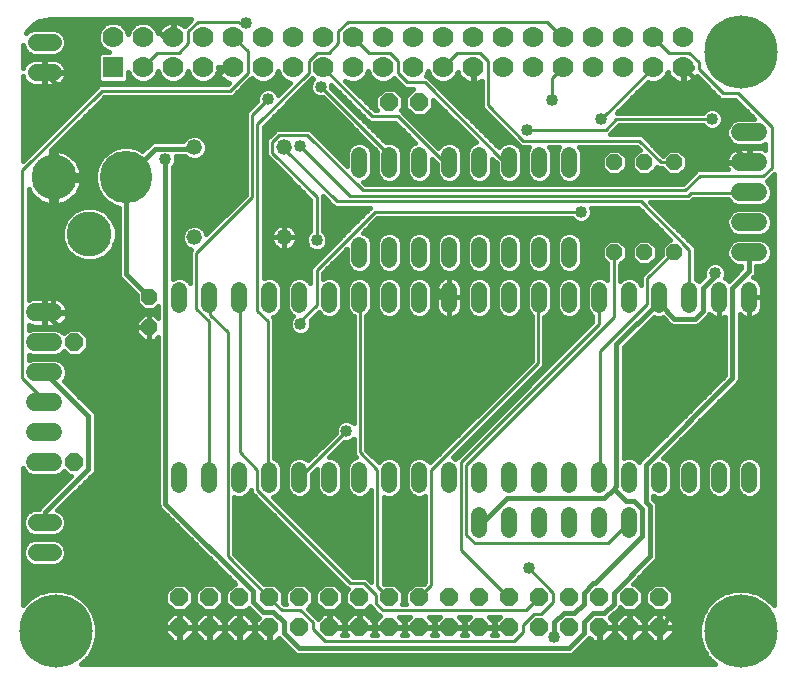
<source format=gbl>
G75*
%MOIN*%
%OFA0B0*%
%FSLAX24Y24*%
%IPPOS*%
%LPD*%
%AMOC8*
5,1,8,0,0,1.08239X$1,22.5*
%
%ADD10C,0.0560*%
%ADD11R,0.0700X0.0700*%
%ADD12C,0.0700*%
%ADD13C,0.2441*%
%ADD14C,0.1750*%
%ADD15C,0.1500*%
%ADD16OC8,0.0600*%
%ADD17C,0.0520*%
%ADD18OC8,0.0520*%
%ADD19C,0.0520*%
%ADD20C,0.0600*%
%ADD21C,0.0160*%
%ADD22C,0.0400*%
%ADD23C,0.0100*%
D10*
X002454Y004680D02*
X003014Y004680D01*
X003014Y005680D02*
X002454Y005680D01*
X002454Y020680D02*
X003014Y020680D01*
X003014Y021680D02*
X002454Y021680D01*
D11*
X005030Y020849D03*
D12*
X006030Y020849D03*
X007030Y020849D03*
X008030Y020849D03*
X009030Y020849D03*
X010030Y020849D03*
X011030Y020849D03*
X012030Y020849D03*
X013030Y020849D03*
X014030Y020849D03*
X015030Y020849D03*
X016030Y020849D03*
X017030Y020849D03*
X018030Y020849D03*
X019030Y020849D03*
X020030Y020849D03*
X021030Y020849D03*
X022030Y020849D03*
X023030Y020849D03*
X024030Y020849D03*
X024030Y021849D03*
X023030Y021849D03*
X022030Y021849D03*
X021030Y021849D03*
X020030Y021849D03*
X019030Y021849D03*
X018030Y021849D03*
X017030Y021849D03*
X016030Y021849D03*
X015030Y021849D03*
X014030Y021849D03*
X013030Y021849D03*
X012030Y021849D03*
X011030Y021849D03*
X010030Y021849D03*
X009030Y021849D03*
X008030Y021849D03*
X007030Y021849D03*
X006030Y021849D03*
X005030Y021849D03*
D13*
X003112Y002058D03*
X025947Y002058D03*
X025947Y021349D03*
D14*
X005455Y017180D03*
D15*
X004234Y015290D03*
X003053Y017180D03*
D16*
X003734Y011680D03*
X003734Y007680D03*
X007234Y003180D03*
X008234Y003180D03*
X009234Y003180D03*
X009234Y002180D03*
X008234Y002180D03*
X007234Y002180D03*
X010234Y002180D03*
X011234Y002180D03*
X011234Y003180D03*
X010234Y003180D03*
X012234Y003180D03*
X013234Y003180D03*
X013234Y002180D03*
X012234Y002180D03*
X014234Y002180D03*
X015234Y002180D03*
X015234Y003180D03*
X014234Y003180D03*
X016234Y003180D03*
X017234Y003180D03*
X017234Y002180D03*
X016234Y002180D03*
X018234Y002180D03*
X019234Y002180D03*
X020234Y002180D03*
X020234Y003180D03*
X019234Y003180D03*
X018234Y003180D03*
X021234Y003180D03*
X022234Y003180D03*
X022234Y002180D03*
X021234Y002180D03*
X023234Y002180D03*
X023234Y003180D03*
X015234Y019680D03*
X014234Y019680D03*
D17*
X010734Y018180D03*
X007734Y018180D03*
X007734Y015180D03*
X010734Y015180D03*
D18*
X006234Y013180D03*
X006234Y012180D03*
X021734Y014680D03*
X022734Y014680D03*
X023734Y014680D03*
X023734Y017680D03*
X022734Y017680D03*
X021734Y017680D03*
D19*
X020234Y017420D02*
X020234Y017940D01*
X019234Y017940D02*
X019234Y017420D01*
X018234Y017420D02*
X018234Y017940D01*
X017234Y017940D02*
X017234Y017420D01*
X016234Y017420D02*
X016234Y017940D01*
X015234Y017940D02*
X015234Y017420D01*
X014234Y017420D02*
X014234Y017940D01*
X013234Y017940D02*
X013234Y017420D01*
X013234Y014940D02*
X013234Y014420D01*
X013234Y013440D02*
X013234Y012920D01*
X012234Y012920D02*
X012234Y013440D01*
X011234Y013440D02*
X011234Y012920D01*
X010234Y012920D02*
X010234Y013440D01*
X009234Y013440D02*
X009234Y012920D01*
X008234Y012920D02*
X008234Y013440D01*
X007234Y013440D02*
X007234Y012920D01*
X007234Y007440D02*
X007234Y006920D01*
X008234Y006920D02*
X008234Y007440D01*
X009234Y007440D02*
X009234Y006920D01*
X010234Y006920D02*
X010234Y007440D01*
X011234Y007440D02*
X011234Y006920D01*
X012234Y006920D02*
X012234Y007440D01*
X013234Y007440D02*
X013234Y006920D01*
X014234Y006920D02*
X014234Y007440D01*
X015234Y007440D02*
X015234Y006920D01*
X016234Y006920D02*
X016234Y007440D01*
X017234Y007440D02*
X017234Y006920D01*
X018234Y006920D02*
X018234Y007440D01*
X019234Y007440D02*
X019234Y006920D01*
X020234Y006920D02*
X020234Y007440D01*
X021234Y007440D02*
X021234Y006920D01*
X022234Y006920D02*
X022234Y007440D01*
X023234Y007440D02*
X023234Y006920D01*
X024234Y006920D02*
X024234Y007440D01*
X025234Y007440D02*
X025234Y006920D01*
X026234Y006920D02*
X026234Y007440D01*
X022234Y005940D02*
X022234Y005420D01*
X021234Y005420D02*
X021234Y005940D01*
X020234Y005940D02*
X020234Y005420D01*
X019234Y005420D02*
X019234Y005940D01*
X018234Y005940D02*
X018234Y005420D01*
X017234Y005420D02*
X017234Y005940D01*
X017234Y012920D02*
X017234Y013440D01*
X016234Y013440D02*
X016234Y012920D01*
X015234Y012920D02*
X015234Y013440D01*
X014234Y013440D02*
X014234Y012920D01*
X014234Y014420D02*
X014234Y014940D01*
X015234Y014940D02*
X015234Y014420D01*
X016234Y014420D02*
X016234Y014940D01*
X017234Y014940D02*
X017234Y014420D01*
X018234Y014420D02*
X018234Y014940D01*
X019234Y014940D02*
X019234Y014420D01*
X020234Y014420D02*
X020234Y014940D01*
X020234Y013440D02*
X020234Y012920D01*
X019234Y012920D02*
X019234Y013440D01*
X018234Y013440D02*
X018234Y012920D01*
X021234Y012920D02*
X021234Y013440D01*
X022234Y013440D02*
X022234Y012920D01*
X023234Y012920D02*
X023234Y013440D01*
X024234Y013440D02*
X024234Y012920D01*
X025234Y012920D02*
X025234Y013440D01*
X026234Y013440D02*
X026234Y012920D01*
D20*
X025934Y014680D02*
X026534Y014680D01*
X026534Y015680D02*
X025934Y015680D01*
X025934Y016680D02*
X026534Y016680D01*
X026534Y017680D02*
X025934Y017680D01*
X025934Y018680D02*
X026534Y018680D01*
X003034Y012680D02*
X002434Y012680D01*
X002434Y011680D02*
X003034Y011680D01*
X003034Y010680D02*
X002434Y010680D01*
X002434Y009680D02*
X003034Y009680D01*
X003034Y008680D02*
X002434Y008680D01*
X002434Y007680D02*
X003034Y007680D01*
D21*
X003342Y007337D02*
X003427Y007337D01*
X003384Y007379D02*
X003544Y007220D01*
X003615Y007220D01*
X002566Y006171D01*
X002545Y006120D01*
X002367Y006120D01*
X002205Y006053D01*
X002081Y005929D01*
X002014Y005768D01*
X002014Y005592D01*
X002081Y005431D01*
X002205Y005307D01*
X002367Y005240D01*
X003102Y005240D01*
X003264Y005307D01*
X003388Y005431D01*
X003454Y005592D01*
X003454Y005768D01*
X003388Y005929D01*
X003264Y006053D01*
X003167Y006093D01*
X004345Y007272D01*
X004413Y007339D01*
X004449Y007427D01*
X004449Y009278D01*
X004413Y009366D01*
X003392Y010387D01*
X003424Y010419D01*
X003494Y010588D01*
X003494Y010771D01*
X003424Y010941D01*
X003295Y011070D01*
X003126Y011140D01*
X002343Y011140D01*
X002214Y011087D01*
X002214Y011273D01*
X002343Y011220D01*
X003126Y011220D01*
X003295Y011290D01*
X003384Y011379D01*
X003544Y011220D01*
X003925Y011220D01*
X004194Y011489D01*
X004194Y011871D01*
X003925Y012140D01*
X003544Y012140D01*
X003384Y011981D01*
X003295Y012070D01*
X003126Y012140D01*
X002343Y012140D01*
X002214Y012087D01*
X002214Y012253D01*
X002250Y012235D01*
X002322Y012212D01*
X002397Y012200D01*
X002714Y012200D01*
X002714Y012660D01*
X002754Y012660D01*
X002754Y012200D01*
X003072Y012200D01*
X003147Y012212D01*
X003219Y012235D01*
X003286Y012269D01*
X003347Y012314D01*
X003401Y012367D01*
X003445Y012428D01*
X003479Y012496D01*
X003503Y012568D01*
X003514Y012642D01*
X003514Y012660D01*
X002754Y012660D01*
X002754Y012700D01*
X002714Y012700D01*
X002714Y013160D01*
X002397Y013160D01*
X002322Y013148D01*
X002250Y013125D01*
X002214Y013107D01*
X002214Y016779D01*
X002238Y016729D01*
X002294Y016641D01*
X002359Y016559D01*
X002433Y016485D01*
X002514Y016420D01*
X002603Y016365D01*
X002697Y016319D01*
X002796Y016285D01*
X002897Y016262D01*
X002973Y016253D01*
X002973Y017100D01*
X003133Y017100D01*
X003133Y016253D01*
X003209Y016262D01*
X003311Y016285D01*
X003410Y016319D01*
X003504Y016365D01*
X003592Y016420D01*
X003674Y016485D01*
X003748Y016559D01*
X003813Y016641D01*
X003869Y016729D01*
X003914Y016824D01*
X003948Y016922D01*
X003972Y017024D01*
X003980Y017100D01*
X003133Y017100D01*
X003133Y017260D01*
X002973Y017260D01*
X002973Y018092D01*
X004746Y019865D01*
X009021Y019865D01*
X009606Y020450D01*
X009657Y020501D01*
X009741Y020417D01*
X009928Y020339D01*
X010131Y020339D01*
X010319Y020417D01*
X010462Y020560D01*
X010530Y020724D01*
X010597Y020560D01*
X010741Y020417D01*
X010927Y020340D01*
X010528Y019941D01*
X010500Y020009D01*
X010398Y020110D01*
X010266Y020165D01*
X010123Y020165D01*
X009991Y020110D01*
X009889Y020009D01*
X009834Y019877D01*
X009834Y019742D01*
X009444Y019352D01*
X009444Y016607D01*
X008139Y015301D01*
X008091Y015418D01*
X007972Y015536D01*
X007818Y015600D01*
X007651Y015600D01*
X007497Y015536D01*
X007378Y015418D01*
X007314Y015264D01*
X007314Y015096D01*
X007378Y014942D01*
X007497Y014824D01*
X007613Y014776D01*
X007599Y014762D01*
X007599Y013656D01*
X007591Y013678D01*
X007472Y013796D01*
X007318Y013860D01*
X007151Y013860D01*
X007014Y013803D01*
X007014Y017511D01*
X007080Y017576D01*
X007134Y017708D01*
X007134Y017852D01*
X007114Y017900D01*
X007421Y017900D01*
X007497Y017824D01*
X007651Y017760D01*
X007818Y017760D01*
X007972Y017824D01*
X008091Y017942D01*
X008154Y018096D01*
X008154Y018264D01*
X008091Y018418D01*
X007972Y018536D01*
X007818Y018600D01*
X007651Y018600D01*
X007497Y018536D01*
X007378Y018418D01*
X007363Y018380D01*
X006367Y018380D01*
X006279Y018343D01*
X005997Y018062D01*
X005854Y018144D01*
X005591Y018215D01*
X005319Y018215D01*
X005055Y018144D01*
X004819Y018008D01*
X004627Y017816D01*
X004490Y017579D01*
X004420Y017316D01*
X004420Y017044D01*
X004490Y016781D01*
X004627Y016544D01*
X004819Y016352D01*
X005055Y016216D01*
X005229Y016169D01*
X005229Y013907D01*
X005266Y013819D01*
X005814Y013271D01*
X005814Y013006D01*
X006061Y012760D01*
X006408Y012760D01*
X006534Y012886D01*
X006534Y012502D01*
X006417Y012620D01*
X006234Y012620D01*
X006052Y012620D01*
X005794Y012362D01*
X005794Y012180D01*
X005794Y011998D01*
X006052Y011740D01*
X006234Y011740D01*
X006234Y012180D01*
X005794Y012180D01*
X006234Y012180D01*
X006234Y012180D01*
X006234Y012180D01*
X006234Y012620D01*
X006234Y012180D01*
X006234Y012180D01*
X006234Y012200D01*
X003219Y012200D01*
X002769Y012650D01*
X002734Y012680D01*
X002769Y012740D01*
X003039Y013010D01*
X003039Y017150D01*
X003053Y017180D01*
X003133Y017164D02*
X004420Y017164D01*
X004422Y017323D02*
X003973Y017323D01*
X003972Y017336D02*
X003948Y017438D01*
X003914Y017536D01*
X003869Y017631D01*
X003813Y017719D01*
X003748Y017801D01*
X003674Y017875D01*
X003592Y017940D01*
X003504Y017995D01*
X003410Y018041D01*
X003311Y018075D01*
X003209Y018098D01*
X003133Y018107D01*
X003133Y017260D01*
X003980Y017260D01*
X003972Y017336D01*
X003933Y017481D02*
X004464Y017481D01*
X004525Y017640D02*
X003863Y017640D01*
X003750Y017798D02*
X004617Y017798D01*
X004768Y017957D02*
X003566Y017957D01*
X003133Y017957D02*
X002973Y017957D01*
X002973Y017798D02*
X003133Y017798D01*
X003133Y017640D02*
X002973Y017640D01*
X002973Y017481D02*
X003133Y017481D01*
X003133Y017323D02*
X002973Y017323D01*
X002973Y017006D02*
X003133Y017006D01*
X003133Y016847D02*
X002973Y016847D01*
X002973Y016689D02*
X003133Y016689D01*
X003133Y016530D02*
X002973Y016530D01*
X002973Y016372D02*
X003133Y016372D01*
X003515Y016372D02*
X004800Y016372D01*
X004641Y016530D02*
X003719Y016530D01*
X003843Y016689D02*
X004544Y016689D01*
X004473Y016847D02*
X003922Y016847D01*
X003967Y017006D02*
X004430Y017006D01*
X005455Y017180D02*
X005469Y017105D01*
X005469Y013955D01*
X006234Y013190D01*
X006234Y013180D01*
X005936Y012885D02*
X003469Y012885D01*
X003479Y012864D02*
X003445Y012932D01*
X003401Y012993D01*
X003347Y013046D01*
X003286Y013091D01*
X003219Y013125D01*
X003147Y013148D01*
X003072Y013160D01*
X002754Y013160D01*
X002754Y012700D01*
X003514Y012700D01*
X003514Y012718D01*
X003503Y012792D01*
X003479Y012864D01*
X003513Y012726D02*
X006534Y012726D01*
X006534Y012568D02*
X006469Y012568D01*
X006234Y012568D02*
X006234Y012568D01*
X006234Y012409D02*
X006234Y012409D01*
X006234Y012251D02*
X006234Y012251D01*
X006234Y012180D02*
X006234Y011740D01*
X006417Y011740D01*
X006534Y011858D01*
X006534Y006257D01*
X006571Y006169D01*
X006639Y006102D01*
X009100Y003640D01*
X009044Y003640D01*
X008774Y003371D01*
X008774Y002989D01*
X009044Y002720D01*
X009425Y002720D01*
X009543Y002838D01*
X009564Y002817D01*
X009878Y002502D01*
X009754Y002379D01*
X009754Y002200D01*
X010214Y002200D01*
X010214Y002160D01*
X009754Y002160D01*
X009754Y001981D01*
X010036Y001700D01*
X010214Y001700D01*
X010214Y002160D01*
X010254Y002160D01*
X010254Y001700D01*
X010433Y001700D01*
X010557Y001823D01*
X010599Y001782D01*
X011094Y001287D01*
X011182Y001250D01*
X020277Y001250D01*
X020365Y001287D01*
X020433Y001354D01*
X020907Y001828D01*
X021036Y001700D01*
X021214Y001700D01*
X021214Y002160D01*
X021254Y002160D01*
X021254Y001700D01*
X021433Y001700D01*
X021714Y001981D01*
X021714Y002160D01*
X021254Y002160D01*
X021254Y002200D01*
X021714Y002200D01*
X021714Y002379D01*
X021586Y002507D01*
X021603Y002524D01*
X021918Y002839D01*
X021920Y002844D01*
X022044Y002720D01*
X022425Y002720D01*
X022694Y002989D01*
X022694Y003371D01*
X022425Y003640D01*
X022359Y003640D01*
X023133Y004414D01*
X023169Y004502D01*
X023169Y006263D01*
X023133Y006351D01*
X023065Y006418D01*
X023034Y006449D01*
X023034Y006548D01*
X023151Y006500D01*
X023318Y006500D01*
X023472Y006564D01*
X023591Y006682D01*
X023654Y006836D01*
X023654Y007524D01*
X023591Y007678D01*
X023472Y007796D01*
X023365Y007841D01*
X025878Y010354D01*
X025914Y010442D01*
X025914Y012618D01*
X025948Y012584D01*
X026004Y012544D01*
X026066Y012512D01*
X026131Y012491D01*
X026200Y012480D01*
X026234Y012480D01*
X026234Y013180D01*
X026234Y013180D01*
X026214Y013145D01*
X026214Y010040D01*
X023694Y007520D01*
X023694Y002660D01*
X023244Y002210D01*
X023234Y002180D01*
X023214Y002200D02*
X023214Y002160D01*
X022754Y002160D01*
X022754Y001981D01*
X023036Y001700D01*
X023214Y001700D01*
X023214Y002160D01*
X023254Y002160D01*
X023254Y001700D01*
X023433Y001700D01*
X023714Y001981D01*
X023714Y002160D01*
X023254Y002160D01*
X023254Y002200D01*
X023214Y002200D01*
X022754Y002200D01*
X022754Y002379D01*
X023036Y002660D01*
X023214Y002660D01*
X023214Y002200D01*
X023254Y002200D02*
X023254Y002660D01*
X023433Y002660D01*
X023714Y002379D01*
X023714Y002200D01*
X023254Y002200D01*
X023254Y002265D02*
X023214Y002265D01*
X023214Y002107D02*
X023254Y002107D01*
X023254Y001948D02*
X023214Y001948D01*
X023214Y001790D02*
X023254Y001790D01*
X023523Y001790D02*
X024590Y001790D01*
X024567Y001876D02*
X024661Y001525D01*
X024842Y001210D01*
X025093Y000960D01*
X003967Y000960D01*
X004217Y001210D01*
X004399Y001525D01*
X004493Y001876D01*
X004493Y002240D01*
X004399Y002591D01*
X004217Y002906D01*
X003960Y003163D01*
X003645Y003344D01*
X003294Y003438D01*
X002931Y003438D01*
X002580Y003344D01*
X002265Y003163D01*
X002014Y002912D01*
X002014Y007492D01*
X002045Y007419D01*
X002174Y007290D01*
X002343Y007220D01*
X003126Y007220D01*
X003295Y007290D01*
X003384Y007379D01*
X003574Y007179D02*
X002014Y007179D01*
X002014Y007337D02*
X002127Y007337D01*
X002014Y007020D02*
X003415Y007020D01*
X003257Y006862D02*
X002014Y006862D01*
X002014Y006703D02*
X003098Y006703D01*
X002940Y006545D02*
X002014Y006545D01*
X002014Y006386D02*
X002781Y006386D01*
X002623Y006228D02*
X002014Y006228D01*
X002014Y006069D02*
X002244Y006069D01*
X002074Y005911D02*
X002014Y005911D01*
X002014Y005752D02*
X002014Y005752D01*
X002014Y005594D02*
X002014Y005594D01*
X002014Y005435D02*
X002080Y005435D01*
X002014Y005277D02*
X002279Y005277D01*
X002362Y005118D02*
X002014Y005118D01*
X002014Y004960D02*
X002112Y004960D01*
X002081Y004929D02*
X002014Y004768D01*
X002014Y004592D01*
X002081Y004431D01*
X002205Y004307D01*
X002367Y004240D01*
X003102Y004240D01*
X003264Y004307D01*
X003388Y004431D01*
X003454Y004592D01*
X003454Y004768D01*
X003388Y004929D01*
X003264Y005053D01*
X003102Y005120D01*
X002367Y005120D01*
X002205Y005053D01*
X002081Y004929D01*
X002028Y004801D02*
X002014Y004801D01*
X002014Y004643D02*
X002014Y004643D01*
X002014Y004484D02*
X002059Y004484D01*
X002014Y004326D02*
X002187Y004326D01*
X002014Y004167D02*
X008573Y004167D01*
X008415Y004326D02*
X003282Y004326D01*
X003410Y004484D02*
X008256Y004484D01*
X008098Y004643D02*
X003454Y004643D01*
X003441Y004801D02*
X007939Y004801D01*
X007781Y004960D02*
X003357Y004960D01*
X003107Y005118D02*
X007622Y005118D01*
X007464Y005277D02*
X003190Y005277D01*
X003389Y005435D02*
X007305Y005435D01*
X007147Y005594D02*
X003454Y005594D01*
X003454Y005752D02*
X006988Y005752D01*
X006830Y005911D02*
X003395Y005911D01*
X003225Y006069D02*
X006671Y006069D01*
X006547Y006228D02*
X003301Y006228D01*
X003460Y006386D02*
X006534Y006386D01*
X006534Y006545D02*
X003618Y006545D01*
X003777Y006703D02*
X006534Y006703D01*
X006534Y006862D02*
X003935Y006862D01*
X004094Y007020D02*
X006534Y007020D01*
X006534Y007179D02*
X004252Y007179D01*
X004411Y007337D02*
X006534Y007337D01*
X006534Y007496D02*
X004449Y007496D01*
X004449Y007654D02*
X006534Y007654D01*
X006534Y007813D02*
X004449Y007813D01*
X004449Y007971D02*
X006534Y007971D01*
X006534Y008130D02*
X004449Y008130D01*
X004449Y008288D02*
X006534Y008288D01*
X006534Y008447D02*
X004449Y008447D01*
X004449Y008605D02*
X006534Y008605D01*
X006534Y008764D02*
X004449Y008764D01*
X004449Y008922D02*
X006534Y008922D01*
X006534Y009081D02*
X004449Y009081D01*
X004449Y009239D02*
X006534Y009239D01*
X006534Y009398D02*
X004381Y009398D01*
X004223Y009556D02*
X006534Y009556D01*
X006534Y009715D02*
X004064Y009715D01*
X003906Y009873D02*
X006534Y009873D01*
X006534Y010032D02*
X003747Y010032D01*
X003589Y010190D02*
X006534Y010190D01*
X006534Y010349D02*
X003430Y010349D01*
X003461Y010507D02*
X006534Y010507D01*
X006534Y010666D02*
X003494Y010666D01*
X003473Y010824D02*
X006534Y010824D01*
X006534Y010983D02*
X003383Y010983D01*
X003305Y011300D02*
X003464Y011300D01*
X004005Y011300D02*
X006534Y011300D01*
X006534Y011458D02*
X004163Y011458D01*
X004194Y011617D02*
X006534Y011617D01*
X006534Y011775D02*
X006452Y011775D01*
X006234Y011775D02*
X006234Y011775D01*
X006234Y011934D02*
X006234Y011934D01*
X006234Y012092D02*
X006234Y012092D01*
X006017Y011775D02*
X004194Y011775D01*
X004132Y011934D02*
X005859Y011934D01*
X005794Y012092D02*
X003973Y012092D01*
X003496Y012092D02*
X003242Y012092D01*
X003249Y012251D02*
X005794Y012251D01*
X005841Y012409D02*
X003431Y012409D01*
X003503Y012568D02*
X006000Y012568D01*
X005814Y013043D02*
X003350Y013043D01*
X002754Y013043D02*
X002714Y013043D01*
X002714Y012885D02*
X002754Y012885D01*
X002754Y012726D02*
X002714Y012726D01*
X002714Y012568D02*
X002754Y012568D01*
X002754Y012409D02*
X002714Y012409D01*
X002714Y012251D02*
X002754Y012251D01*
X002220Y012251D02*
X002214Y012251D01*
X002214Y012092D02*
X002227Y012092D01*
X002214Y011141D02*
X006534Y011141D01*
X006533Y012885D02*
X006534Y012885D01*
X005814Y013202D02*
X002214Y013202D01*
X002214Y013360D02*
X005725Y013360D01*
X005567Y013519D02*
X002214Y013519D01*
X002214Y013677D02*
X005408Y013677D01*
X005259Y013836D02*
X002214Y013836D01*
X002214Y013994D02*
X005229Y013994D01*
X005229Y014153D02*
X002214Y014153D01*
X002214Y014311D02*
X005229Y014311D01*
X005229Y014470D02*
X004631Y014470D01*
X004750Y014519D02*
X005006Y014775D01*
X005144Y015109D01*
X005144Y015471D01*
X005006Y015806D01*
X004750Y016062D01*
X004415Y016200D01*
X004053Y016200D01*
X003719Y016062D01*
X003463Y015806D01*
X003324Y015471D01*
X003324Y015109D01*
X003463Y014775D01*
X003719Y014519D01*
X004053Y014380D01*
X004415Y014380D01*
X004750Y014519D01*
X004859Y014628D02*
X005229Y014628D01*
X005229Y014787D02*
X005011Y014787D01*
X005076Y014945D02*
X005229Y014945D01*
X005229Y015104D02*
X005142Y015104D01*
X005144Y015262D02*
X005229Y015262D01*
X005229Y015421D02*
X005144Y015421D01*
X005100Y015579D02*
X005229Y015579D01*
X005229Y015738D02*
X005034Y015738D01*
X004916Y015896D02*
X005229Y015896D01*
X005229Y016055D02*
X004757Y016055D01*
X005065Y016213D02*
X002214Y016213D01*
X002214Y016055D02*
X003712Y016055D01*
X003553Y015896D02*
X002214Y015896D01*
X002214Y015738D02*
X003435Y015738D01*
X003369Y015579D02*
X002214Y015579D01*
X002214Y015421D02*
X003324Y015421D01*
X003324Y015262D02*
X002214Y015262D01*
X002214Y015104D02*
X003327Y015104D01*
X003393Y014945D02*
X002214Y014945D01*
X002214Y014787D02*
X003458Y014787D01*
X003610Y014628D02*
X002214Y014628D01*
X002214Y014470D02*
X003838Y014470D01*
X002592Y016372D02*
X002214Y016372D01*
X002214Y016530D02*
X002388Y016530D01*
X002264Y016689D02*
X002214Y016689D01*
X002014Y017727D02*
X002014Y020546D01*
X002028Y020503D01*
X002061Y020439D01*
X002104Y020380D01*
X002155Y020329D01*
X002213Y020287D01*
X002278Y020254D01*
X002347Y020231D01*
X002418Y020220D01*
X002724Y020220D01*
X002724Y020670D01*
X002744Y020670D01*
X002744Y020220D01*
X003051Y020220D01*
X003122Y020231D01*
X003191Y020254D01*
X003256Y020287D01*
X003314Y020329D01*
X003365Y020380D01*
X003408Y020439D01*
X003441Y020503D01*
X003463Y020572D01*
X003474Y020644D01*
X003474Y020670D01*
X002744Y020670D01*
X002744Y020690D01*
X002724Y020690D01*
X002724Y021140D01*
X002418Y021140D01*
X002347Y021129D01*
X002278Y021106D01*
X002213Y021073D01*
X002155Y021031D01*
X002104Y020980D01*
X002061Y020921D01*
X002028Y020857D01*
X002014Y020814D01*
X002014Y021546D01*
X002017Y021586D01*
X002081Y021431D01*
X002205Y021307D01*
X002367Y021240D01*
X003102Y021240D01*
X003264Y021307D01*
X003388Y021431D01*
X003454Y021592D01*
X003454Y021768D01*
X003388Y021929D01*
X003264Y022053D01*
X003102Y022120D01*
X002367Y022120D01*
X002205Y022053D01*
X002138Y021985D01*
X002201Y022095D01*
X002367Y022261D01*
X002571Y022379D01*
X002798Y022440D01*
X002916Y022447D01*
X007635Y022447D01*
X007453Y022265D01*
X007408Y022221D01*
X007375Y022254D01*
X007308Y022303D01*
X007233Y022340D01*
X007154Y022366D01*
X007071Y022379D01*
X007048Y022379D01*
X007048Y021868D01*
X007011Y021868D01*
X007011Y022379D01*
X006988Y022379D01*
X006906Y022366D01*
X006826Y022340D01*
X006752Y022303D01*
X006684Y022254D01*
X006626Y022195D01*
X006576Y022127D01*
X006539Y022053D01*
X006521Y021997D01*
X006462Y022138D01*
X006319Y022282D01*
X006131Y022359D01*
X005928Y022359D01*
X005741Y022282D01*
X005597Y022138D01*
X005530Y021975D01*
X005462Y022138D01*
X005319Y022282D01*
X005131Y022359D01*
X004928Y022359D01*
X004741Y022282D01*
X004597Y022138D01*
X004520Y021951D01*
X004520Y021748D01*
X004597Y021560D01*
X004741Y021417D01*
X004880Y021359D01*
X004613Y021359D01*
X004520Y021266D01*
X004520Y020433D01*
X004613Y020339D01*
X005446Y020339D01*
X005540Y020433D01*
X005540Y020700D01*
X005597Y020560D01*
X005741Y020417D01*
X005928Y020339D01*
X006131Y020339D01*
X006319Y020417D01*
X006462Y020560D01*
X006530Y020724D01*
X006597Y020560D01*
X006741Y020417D01*
X006928Y020339D01*
X007131Y020339D01*
X007319Y020417D01*
X007462Y020560D01*
X007530Y020724D01*
X007597Y020560D01*
X007741Y020417D01*
X007928Y020339D01*
X008131Y020339D01*
X008319Y020417D01*
X008462Y020560D01*
X008521Y020701D01*
X008539Y020646D01*
X008576Y020572D01*
X008626Y020504D01*
X008684Y020445D01*
X008752Y020396D01*
X008826Y020358D01*
X008897Y020335D01*
X008848Y020285D01*
X004573Y020285D01*
X004449Y020162D01*
X002014Y017727D01*
X002014Y017798D02*
X002086Y017798D01*
X002014Y017957D02*
X002244Y017957D01*
X002403Y018115D02*
X002014Y018115D01*
X002014Y018274D02*
X002561Y018274D01*
X002720Y018432D02*
X002014Y018432D01*
X002014Y018591D02*
X002878Y018591D01*
X003037Y018749D02*
X002014Y018749D01*
X002014Y018908D02*
X003195Y018908D01*
X003354Y019066D02*
X002014Y019066D01*
X002014Y019225D02*
X003512Y019225D01*
X003671Y019383D02*
X002014Y019383D01*
X002014Y019542D02*
X003829Y019542D01*
X003988Y019700D02*
X002014Y019700D01*
X002014Y019859D02*
X004146Y019859D01*
X004305Y020017D02*
X002014Y020017D01*
X002014Y020176D02*
X004463Y020176D01*
X004479Y020300D02*
X004479Y022055D01*
X004794Y022370D01*
X006234Y022370D01*
X006729Y021875D01*
X006999Y021875D01*
X007030Y021849D01*
X007011Y021919D02*
X007048Y021919D01*
X007048Y022078D02*
X007011Y022078D01*
X007011Y022236D02*
X007048Y022236D01*
X007393Y022236D02*
X007424Y022236D01*
X007582Y022395D02*
X002630Y022395D01*
X002342Y022236D02*
X004695Y022236D01*
X004572Y022078D02*
X003205Y022078D01*
X003392Y021919D02*
X004520Y021919D01*
X004520Y021761D02*
X003454Y021761D01*
X003454Y021602D02*
X004580Y021602D01*
X004714Y021444D02*
X003393Y021444D01*
X003211Y021285D02*
X004539Y021285D01*
X004520Y021127D02*
X003129Y021127D01*
X003122Y021129D02*
X003051Y021140D01*
X002744Y021140D01*
X002744Y020690D01*
X003474Y020690D01*
X003474Y020716D01*
X003463Y020788D01*
X003441Y020857D01*
X003408Y020921D01*
X003365Y020980D01*
X003314Y021031D01*
X003256Y021073D01*
X003191Y021106D01*
X003122Y021129D01*
X003374Y020968D02*
X004520Y020968D01*
X004520Y020810D02*
X003456Y020810D01*
X003474Y020651D02*
X004520Y020651D01*
X004520Y020493D02*
X003435Y020493D01*
X003319Y020334D02*
X008897Y020334D01*
X008637Y020493D02*
X008394Y020493D01*
X008500Y020651D02*
X008537Y020651D01*
X008540Y020831D02*
X009011Y020831D01*
X009011Y020868D01*
X008540Y020868D01*
X008540Y020831D01*
X008754Y020840D02*
X008214Y020300D01*
X004479Y020300D01*
X003129Y020300D01*
X002769Y020660D01*
X002734Y020680D01*
X002724Y020651D02*
X002744Y020651D01*
X002744Y020493D02*
X002724Y020493D01*
X002724Y020334D02*
X002744Y020334D01*
X002724Y020810D02*
X002744Y020810D01*
X002744Y020968D02*
X002724Y020968D01*
X002724Y021127D02*
X002744Y021127D01*
X002340Y021127D02*
X002014Y021127D01*
X002014Y021285D02*
X002258Y021285D01*
X002076Y021444D02*
X002014Y021444D01*
X002014Y020968D02*
X002095Y020968D01*
X002034Y020493D02*
X002014Y020493D01*
X002014Y020334D02*
X002150Y020334D01*
X003789Y018908D02*
X009444Y018908D01*
X009444Y019066D02*
X003948Y019066D01*
X004106Y019225D02*
X009444Y019225D01*
X009476Y019383D02*
X004265Y019383D01*
X004423Y019542D02*
X009634Y019542D01*
X009793Y019700D02*
X004582Y019700D01*
X004740Y019859D02*
X009834Y019859D01*
X009897Y020017D02*
X009174Y020017D01*
X009332Y020176D02*
X010763Y020176D01*
X010922Y020334D02*
X009491Y020334D01*
X009649Y020493D02*
X009665Y020493D01*
X009030Y020849D02*
X009024Y020840D01*
X008754Y020840D01*
X007665Y020493D02*
X007394Y020493D01*
X007500Y020651D02*
X007560Y020651D01*
X006665Y020493D02*
X006394Y020493D01*
X006500Y020651D02*
X006560Y020651D01*
X005665Y020493D02*
X005540Y020493D01*
X005540Y020651D02*
X005560Y020651D01*
X005572Y022078D02*
X005487Y022078D01*
X005364Y022236D02*
X005695Y022236D01*
X006364Y022236D02*
X006667Y022236D01*
X006551Y022078D02*
X006487Y022078D01*
X010394Y020493D02*
X010665Y020493D01*
X010560Y020651D02*
X010500Y020651D01*
X010492Y020017D02*
X010605Y020017D01*
X010882Y019700D02*
X012162Y019700D01*
X012013Y019850D02*
X013822Y018041D01*
X013814Y018024D01*
X013814Y017336D01*
X013878Y017182D01*
X013997Y017064D01*
X014151Y017000D01*
X014318Y017000D01*
X014472Y017064D01*
X014591Y017182D01*
X014654Y017336D01*
X014654Y018024D01*
X014591Y018178D01*
X014472Y018296D01*
X014318Y018360D01*
X014151Y018360D01*
X014112Y018344D01*
X012309Y020147D01*
X012309Y020273D01*
X013573Y019010D01*
X014428Y019010D01*
X015099Y018338D01*
X014997Y018296D01*
X014878Y018178D01*
X014814Y018024D01*
X014814Y017336D01*
X014878Y017182D01*
X014997Y017064D01*
X015151Y017000D01*
X015318Y017000D01*
X015472Y017064D01*
X015591Y017182D01*
X015654Y017336D01*
X015654Y017783D01*
X015814Y017623D01*
X015814Y017336D01*
X015878Y017182D01*
X015997Y017064D01*
X016151Y017000D01*
X016318Y017000D01*
X016472Y017064D01*
X016591Y017182D01*
X016654Y017336D01*
X016654Y018024D01*
X016591Y018178D01*
X016472Y018296D01*
X016318Y018360D01*
X016151Y018360D01*
X015997Y018296D01*
X015878Y018178D01*
X015871Y018160D01*
X014724Y019307D01*
X014618Y019413D01*
X014694Y019489D01*
X014694Y019871D01*
X014425Y020140D01*
X014044Y020140D01*
X013774Y019871D01*
X013774Y019489D01*
X013834Y019430D01*
X013746Y019430D01*
X012773Y020404D01*
X012928Y020339D01*
X013131Y020339D01*
X013319Y020417D01*
X013462Y020560D01*
X013530Y020724D01*
X013597Y020560D01*
X013741Y020417D01*
X013928Y020339D01*
X014131Y020339D01*
X014319Y020417D01*
X014390Y020488D01*
X014428Y020450D01*
X014743Y020135D01*
X015039Y020135D01*
X014774Y019871D01*
X014774Y019489D01*
X015044Y019220D01*
X015425Y019220D01*
X015694Y019489D01*
X015694Y019768D01*
X017117Y018346D01*
X016997Y018296D01*
X016878Y018178D01*
X016814Y018024D01*
X016814Y017336D01*
X016878Y017182D01*
X016997Y017064D01*
X017151Y017000D01*
X017318Y017000D01*
X017472Y017064D01*
X017591Y017182D01*
X017654Y017336D01*
X017654Y017808D01*
X017814Y017648D01*
X017814Y017336D01*
X017878Y017182D01*
X017997Y017064D01*
X018151Y017000D01*
X018318Y017000D01*
X018472Y017064D01*
X018591Y017182D01*
X018654Y017336D01*
X018654Y018024D01*
X018591Y018178D01*
X018472Y018296D01*
X018318Y018360D01*
X018151Y018360D01*
X017997Y018296D01*
X017878Y018178D01*
X015624Y020432D01*
X015501Y020555D01*
X015457Y020555D01*
X015462Y020560D01*
X015530Y020724D01*
X015597Y020560D01*
X015741Y020417D01*
X015928Y020339D01*
X016131Y020339D01*
X016319Y020417D01*
X016462Y020560D01*
X016521Y020701D01*
X016539Y020646D01*
X016576Y020572D01*
X016626Y020504D01*
X016684Y020445D01*
X016752Y020396D01*
X016826Y020358D01*
X016906Y020332D01*
X016988Y020319D01*
X017011Y020319D01*
X017011Y020831D01*
X017048Y020831D01*
X017048Y020319D01*
X017071Y020319D01*
X017154Y020332D01*
X017233Y020358D01*
X017308Y020396D01*
X017319Y020405D01*
X017319Y019493D01*
X017443Y019370D01*
X018613Y018200D01*
X018901Y018200D01*
X018878Y018178D01*
X018814Y018024D01*
X018814Y017336D01*
X018878Y017182D01*
X018997Y017064D01*
X019151Y017000D01*
X019318Y017000D01*
X019472Y017064D01*
X019591Y017182D01*
X019654Y017336D01*
X019654Y018024D01*
X019591Y018178D01*
X019568Y018200D01*
X019901Y018200D01*
X019878Y018178D01*
X019814Y018024D01*
X019814Y017336D01*
X019878Y017182D01*
X019997Y017064D01*
X020151Y017000D01*
X020318Y017000D01*
X020472Y017064D01*
X020591Y017182D01*
X020654Y017336D01*
X020654Y018024D01*
X020591Y018178D01*
X020568Y018200D01*
X022483Y018200D01*
X022583Y018100D01*
X022561Y018100D01*
X022314Y017854D01*
X022314Y017506D01*
X022561Y017260D01*
X022908Y017260D01*
X023154Y017506D01*
X023154Y017528D01*
X023203Y017480D01*
X023341Y017480D01*
X023561Y017260D01*
X023908Y017260D01*
X024154Y017506D01*
X024154Y017854D01*
X023908Y018100D01*
X023561Y018100D01*
X023368Y017908D01*
X022779Y018497D01*
X022656Y018620D01*
X021591Y018620D01*
X021654Y018683D01*
X021891Y018920D01*
X024700Y018920D01*
X024796Y018825D01*
X024928Y018770D01*
X025071Y018770D01*
X025203Y018825D01*
X025305Y018926D01*
X025359Y019058D01*
X025359Y019202D01*
X025305Y019334D01*
X025203Y019435D01*
X025071Y019490D01*
X024928Y019490D01*
X024796Y019435D01*
X024700Y019340D01*
X021816Y019340D01*
X022849Y020372D01*
X022928Y020339D01*
X023131Y020339D01*
X023319Y020417D01*
X023462Y020560D01*
X023521Y020701D01*
X023539Y020646D01*
X023576Y020572D01*
X023626Y020504D01*
X023684Y020445D01*
X023752Y020396D01*
X023826Y020358D01*
X023906Y020332D01*
X023988Y020319D01*
X024011Y020319D01*
X024011Y020831D01*
X024048Y020831D01*
X024048Y020319D01*
X024071Y020319D01*
X024154Y020332D01*
X024233Y020358D01*
X024308Y020396D01*
X024375Y020445D01*
X024434Y020504D01*
X024480Y020567D01*
X025273Y019775D01*
X025768Y019775D01*
X026403Y019140D01*
X025843Y019140D01*
X025674Y019070D01*
X025545Y018941D01*
X025474Y018771D01*
X025474Y018588D01*
X025545Y018419D01*
X025674Y018290D01*
X025843Y018220D01*
X026626Y018220D01*
X026769Y018279D01*
X026769Y018099D01*
X026719Y018125D01*
X026647Y018148D01*
X026572Y018160D01*
X026254Y018160D01*
X026254Y017700D01*
X026214Y017700D01*
X026214Y017660D01*
X025454Y017660D01*
X025454Y017642D01*
X025466Y017568D01*
X025490Y017496D01*
X025513Y017450D01*
X024508Y017450D01*
X024384Y017327D01*
X024013Y016955D01*
X013431Y016955D01*
X013366Y017020D01*
X013472Y017064D01*
X013591Y017182D01*
X013654Y017336D01*
X013654Y018024D01*
X013591Y018178D01*
X013472Y018296D01*
X013318Y018360D01*
X013151Y018360D01*
X012997Y018296D01*
X012878Y018178D01*
X012814Y018024D01*
X012814Y017572D01*
X011586Y018800D01*
X010468Y018800D01*
X010344Y018677D01*
X010119Y018452D01*
X010119Y017918D01*
X010243Y017795D01*
X011604Y016433D01*
X011604Y015379D01*
X011509Y015284D01*
X011454Y015152D01*
X011454Y015008D01*
X011509Y014876D01*
X011611Y014775D01*
X011743Y014720D01*
X011886Y014720D01*
X012018Y014775D01*
X012120Y014876D01*
X012174Y015008D01*
X012174Y015152D01*
X012120Y015284D01*
X012024Y015379D01*
X012024Y016553D01*
X012403Y016175D01*
X013603Y016175D01*
X013539Y016112D01*
X011604Y014177D01*
X011604Y013644D01*
X011591Y013678D01*
X011472Y013796D01*
X011318Y013860D01*
X011151Y013860D01*
X010997Y013796D01*
X010878Y013678D01*
X010814Y013524D01*
X010814Y012836D01*
X010878Y012682D01*
X010997Y012564D01*
X011027Y012551D01*
X010969Y012494D01*
X010914Y012362D01*
X010914Y012218D01*
X010969Y012086D01*
X011071Y011985D01*
X011203Y011930D01*
X011346Y011930D01*
X011478Y011985D01*
X011580Y012086D01*
X011634Y012218D01*
X011634Y012362D01*
X011611Y012419D01*
X011877Y012686D01*
X011878Y012682D01*
X011997Y012564D01*
X012151Y012500D01*
X012318Y012500D01*
X012472Y012564D01*
X012591Y012682D01*
X012654Y012836D01*
X012654Y013524D01*
X012591Y013678D01*
X012472Y013796D01*
X012318Y013860D01*
X012151Y013860D01*
X012024Y013808D01*
X012024Y014003D01*
X012814Y014793D01*
X012814Y014336D01*
X012878Y014182D01*
X012997Y014064D01*
X013151Y014000D01*
X013318Y014000D01*
X013472Y014064D01*
X013591Y014182D01*
X013654Y014336D01*
X013654Y015024D01*
X013591Y015178D01*
X013472Y015296D01*
X013363Y015341D01*
X013836Y015815D01*
X020335Y015815D01*
X020431Y015720D01*
X020563Y015665D01*
X020706Y015665D01*
X020838Y015720D01*
X020940Y015821D01*
X020994Y015953D01*
X020994Y016097D01*
X020962Y016175D01*
X022528Y016175D01*
X023603Y015100D01*
X023561Y015100D01*
X023314Y014854D01*
X023314Y014592D01*
X022629Y013907D01*
X022629Y013584D01*
X022591Y013678D01*
X022472Y013796D01*
X022318Y013860D01*
X022151Y013860D01*
X021997Y013796D01*
X021924Y013724D01*
X021924Y014276D01*
X022154Y014506D01*
X022154Y014854D01*
X021908Y015100D01*
X021561Y015100D01*
X021314Y014854D01*
X021314Y014506D01*
X021504Y014316D01*
X021504Y013764D01*
X021472Y013796D01*
X021318Y013860D01*
X021151Y013860D01*
X020997Y013796D01*
X020878Y013678D01*
X020814Y013524D01*
X020814Y012836D01*
X020878Y012682D01*
X020997Y012564D01*
X021009Y012559D01*
X021009Y012377D01*
X016543Y007910D01*
X016441Y007809D01*
X016352Y007846D01*
X019404Y010898D01*
X019404Y012536D01*
X019472Y012564D01*
X019591Y012682D01*
X019654Y012836D01*
X019654Y013524D01*
X019591Y013678D01*
X019472Y013796D01*
X019318Y013860D01*
X019151Y013860D01*
X018997Y013796D01*
X018878Y013678D01*
X018814Y013524D01*
X018814Y012836D01*
X018878Y012682D01*
X018984Y012576D01*
X018984Y011072D01*
X015590Y007678D01*
X015472Y007796D01*
X015318Y007860D01*
X015151Y007860D01*
X014997Y007796D01*
X014878Y007678D01*
X014814Y007524D01*
X014814Y006836D01*
X014878Y006682D01*
X014997Y006564D01*
X015151Y006500D01*
X015318Y006500D01*
X015429Y006546D01*
X015429Y003692D01*
X015378Y003640D01*
X015044Y003640D01*
X014774Y003371D01*
X014774Y002989D01*
X014804Y002960D01*
X014665Y002960D01*
X014694Y002989D01*
X014694Y003371D01*
X014425Y003640D01*
X014056Y003640D01*
X014049Y003647D01*
X014049Y006542D01*
X014151Y006500D01*
X014318Y006500D01*
X014472Y006564D01*
X014591Y006682D01*
X014654Y006836D01*
X014654Y007524D01*
X014591Y007678D01*
X014472Y007796D01*
X014318Y007860D01*
X014151Y007860D01*
X013997Y007796D01*
X013883Y007683D01*
X013464Y008102D01*
X013464Y012561D01*
X013472Y012564D01*
X013591Y012682D01*
X013654Y012836D01*
X013654Y013524D01*
X013591Y013678D01*
X013472Y013796D01*
X013318Y013860D01*
X013151Y013860D01*
X012997Y013796D01*
X012878Y013678D01*
X012814Y013524D01*
X012814Y012836D01*
X012878Y012682D01*
X012997Y012564D01*
X013044Y012544D01*
X013044Y009004D01*
X013008Y009040D01*
X012876Y009095D01*
X012733Y009095D01*
X012601Y009040D01*
X012499Y008939D01*
X012444Y008807D01*
X012444Y008672D01*
X011520Y007748D01*
X011472Y007796D01*
X011318Y007860D01*
X011151Y007860D01*
X010997Y007796D01*
X010878Y007678D01*
X010814Y007524D01*
X010814Y006836D01*
X010878Y006682D01*
X010997Y006564D01*
X011151Y006500D01*
X011318Y006500D01*
X011472Y006564D01*
X011591Y006682D01*
X011654Y006836D01*
X011654Y007288D01*
X011814Y007448D01*
X011814Y006836D01*
X011878Y006682D01*
X011997Y006564D01*
X012151Y006500D01*
X012318Y006500D01*
X012472Y006564D01*
X012591Y006682D01*
X012654Y006836D01*
X012654Y007524D01*
X012591Y007678D01*
X012472Y007796D01*
X012318Y007860D01*
X012226Y007860D01*
X012741Y008375D01*
X012876Y008375D01*
X013008Y008430D01*
X013044Y008466D01*
X013044Y007928D01*
X013124Y007849D01*
X012997Y007796D01*
X012878Y007678D01*
X012814Y007524D01*
X012814Y006836D01*
X012878Y006682D01*
X012997Y006564D01*
X013151Y006500D01*
X013318Y006500D01*
X013472Y006564D01*
X013591Y006682D01*
X013629Y006776D01*
X013629Y003707D01*
X013476Y003860D01*
X013026Y003860D01*
X010366Y006520D01*
X010472Y006564D01*
X010591Y006682D01*
X010654Y006836D01*
X010654Y007524D01*
X010591Y007678D01*
X010472Y007796D01*
X010404Y007824D01*
X010404Y012467D01*
X010356Y012516D01*
X010472Y012564D01*
X010591Y012682D01*
X010654Y012836D01*
X010654Y013524D01*
X010591Y013678D01*
X010472Y013796D01*
X010318Y013860D01*
X010151Y013860D01*
X010044Y013816D01*
X010044Y018863D01*
X011631Y020450D01*
X011670Y020488D01*
X011694Y020464D01*
X011644Y020414D01*
X011589Y020282D01*
X011589Y020138D01*
X011644Y020006D01*
X011746Y019905D01*
X011878Y019850D01*
X012013Y019850D01*
X011857Y019859D02*
X011040Y019859D01*
X011199Y020017D02*
X011640Y020017D01*
X011589Y020176D02*
X011357Y020176D01*
X011516Y020334D02*
X011611Y020334D01*
X012309Y020176D02*
X012407Y020176D01*
X012439Y020017D02*
X012565Y020017D01*
X012598Y019859D02*
X012724Y019859D01*
X012756Y019700D02*
X012882Y019700D01*
X012915Y019542D02*
X013041Y019542D01*
X013073Y019383D02*
X013199Y019383D01*
X013232Y019225D02*
X013358Y019225D01*
X013390Y019066D02*
X013516Y019066D01*
X013549Y018908D02*
X014530Y018908D01*
X014688Y018749D02*
X013707Y018749D01*
X013866Y018591D02*
X014847Y018591D01*
X015005Y018432D02*
X014024Y018432D01*
X013747Y018115D02*
X013617Y018115D01*
X013589Y018274D02*
X013495Y018274D01*
X013430Y018432D02*
X011954Y018432D01*
X011796Y018591D02*
X013272Y018591D01*
X013113Y018749D02*
X011637Y018749D01*
X012113Y018274D02*
X012974Y018274D01*
X012852Y018115D02*
X012271Y018115D01*
X012430Y017957D02*
X012814Y017957D01*
X012814Y017798D02*
X012588Y017798D01*
X012747Y017640D02*
X012814Y017640D01*
X013381Y017006D02*
X014138Y017006D01*
X014331Y017006D02*
X015138Y017006D01*
X015331Y017006D02*
X016138Y017006D01*
X016331Y017006D02*
X017138Y017006D01*
X017331Y017006D02*
X018138Y017006D01*
X018331Y017006D02*
X019138Y017006D01*
X019059Y016970D02*
X023784Y016970D01*
X025359Y018545D01*
X025359Y019535D01*
X024054Y020840D01*
X024030Y020849D01*
X024048Y020831D02*
X024339Y020831D01*
X024339Y020868D01*
X024048Y020868D01*
X024048Y020831D01*
X024048Y020810D02*
X024011Y020810D01*
X024011Y020651D02*
X024048Y020651D01*
X024048Y020493D02*
X024011Y020493D01*
X024011Y020334D02*
X024048Y020334D01*
X024159Y020334D02*
X024713Y020334D01*
X024555Y020493D02*
X024423Y020493D01*
X023900Y020334D02*
X022811Y020334D01*
X022652Y020176D02*
X024872Y020176D01*
X025030Y020017D02*
X022494Y020017D01*
X022335Y019859D02*
X025189Y019859D01*
X025256Y019383D02*
X026159Y019383D01*
X026001Y019542D02*
X022018Y019542D01*
X022177Y019700D02*
X025842Y019700D01*
X026318Y019225D02*
X025350Y019225D01*
X025359Y019066D02*
X025670Y019066D01*
X025531Y018908D02*
X025286Y018908D01*
X025474Y018749D02*
X021721Y018749D01*
X021879Y018908D02*
X024713Y018908D01*
X024743Y019383D02*
X021860Y019383D01*
X022686Y018591D02*
X025474Y018591D01*
X025359Y018545D02*
X026214Y017690D01*
X026234Y017680D01*
X026214Y017700D02*
X025454Y017700D01*
X025454Y017718D01*
X025466Y017792D01*
X025490Y017864D01*
X025524Y017932D01*
X025568Y017993D01*
X025622Y018046D01*
X025683Y018091D01*
X025750Y018125D01*
X025822Y018148D01*
X025897Y018160D01*
X026214Y018160D01*
X026214Y017700D01*
X026214Y017798D02*
X026254Y017798D01*
X026254Y017957D02*
X026214Y017957D01*
X026214Y018115D02*
X026254Y018115D01*
X026738Y018115D02*
X026769Y018115D01*
X026755Y018274D02*
X026769Y018274D01*
X027045Y017279D02*
X027045Y002912D01*
X026795Y003163D01*
X026480Y003344D01*
X026129Y003438D01*
X025765Y003438D01*
X025414Y003344D01*
X025099Y003163D01*
X024842Y002906D01*
X024661Y002591D01*
X024567Y002240D01*
X024567Y001876D01*
X024567Y001948D02*
X023681Y001948D01*
X023714Y002107D02*
X024567Y002107D01*
X024573Y002265D02*
X023714Y002265D01*
X023670Y002424D02*
X024616Y002424D01*
X024658Y002582D02*
X023511Y002582D01*
X023425Y002720D02*
X023694Y002989D01*
X023694Y003371D01*
X023425Y003640D01*
X023044Y003640D01*
X022774Y003371D01*
X022774Y002989D01*
X023044Y002720D01*
X023425Y002720D01*
X023446Y002741D02*
X024747Y002741D01*
X024839Y002899D02*
X023604Y002899D01*
X023694Y003058D02*
X024994Y003058D01*
X025192Y003216D02*
X023694Y003216D01*
X023691Y003375D02*
X025527Y003375D01*
X026367Y003375D02*
X027045Y003375D01*
X027045Y003533D02*
X023532Y003533D01*
X022937Y003533D02*
X022532Y003533D01*
X022410Y003692D02*
X027045Y003692D01*
X027045Y003850D02*
X022569Y003850D01*
X022727Y004009D02*
X027045Y004009D01*
X027045Y004167D02*
X022886Y004167D01*
X023044Y004326D02*
X027045Y004326D01*
X027045Y004484D02*
X023162Y004484D01*
X023169Y004643D02*
X027045Y004643D01*
X027045Y004801D02*
X023169Y004801D01*
X023169Y004960D02*
X027045Y004960D01*
X027045Y005118D02*
X023169Y005118D01*
X023169Y005277D02*
X027045Y005277D01*
X027045Y005435D02*
X023169Y005435D01*
X023169Y005594D02*
X027045Y005594D01*
X027045Y005752D02*
X023169Y005752D01*
X023169Y005911D02*
X027045Y005911D01*
X027045Y006069D02*
X023169Y006069D01*
X023169Y006228D02*
X027045Y006228D01*
X027045Y006386D02*
X023098Y006386D01*
X023043Y006545D02*
X023034Y006545D01*
X022794Y006350D02*
X022929Y006215D01*
X022929Y004550D01*
X021714Y003335D01*
X021714Y002975D01*
X021399Y002660D01*
X021039Y002660D01*
X020724Y002345D01*
X020724Y001985D01*
X020229Y001490D01*
X011229Y001490D01*
X010734Y001985D01*
X010734Y002345D01*
X010374Y002705D01*
X010014Y002705D01*
X009699Y003020D01*
X009699Y003380D01*
X006774Y006305D01*
X006774Y017780D01*
X007106Y017640D02*
X009444Y017640D01*
X009444Y017798D02*
X007910Y017798D01*
X008097Y017957D02*
X009444Y017957D01*
X009444Y018115D02*
X008154Y018115D01*
X008150Y018274D02*
X009444Y018274D01*
X009444Y018432D02*
X008076Y018432D01*
X007841Y018591D02*
X009444Y018591D01*
X009444Y018749D02*
X003630Y018749D01*
X003472Y018591D02*
X007628Y018591D01*
X007393Y018432D02*
X003313Y018432D01*
X003155Y018274D02*
X006209Y018274D01*
X006050Y018115D02*
X005905Y018115D01*
X006414Y018140D02*
X005469Y017195D01*
X005455Y017180D01*
X005004Y018115D02*
X002996Y018115D01*
X006414Y018140D02*
X007719Y018140D01*
X007734Y018180D01*
X007559Y017798D02*
X007134Y017798D01*
X007014Y017481D02*
X009444Y017481D01*
X009444Y017323D02*
X007014Y017323D01*
X007014Y017164D02*
X009444Y017164D01*
X009444Y017006D02*
X007014Y017006D01*
X007014Y016847D02*
X009444Y016847D01*
X009444Y016689D02*
X007014Y016689D01*
X007014Y016530D02*
X009368Y016530D01*
X009209Y016372D02*
X007014Y016372D01*
X007014Y016213D02*
X009051Y016213D01*
X008892Y016055D02*
X007014Y016055D01*
X007014Y015896D02*
X008734Y015896D01*
X008575Y015738D02*
X007014Y015738D01*
X007014Y015579D02*
X007600Y015579D01*
X007869Y015579D02*
X008417Y015579D01*
X008258Y015421D02*
X008088Y015421D01*
X007381Y015421D02*
X007014Y015421D01*
X007014Y015262D02*
X007314Y015262D01*
X007314Y015104D02*
X007014Y015104D01*
X007014Y014945D02*
X007377Y014945D01*
X007587Y014787D02*
X007014Y014787D01*
X007014Y014628D02*
X007599Y014628D01*
X007599Y014470D02*
X007014Y014470D01*
X007014Y014311D02*
X007599Y014311D01*
X007599Y014153D02*
X007014Y014153D01*
X007014Y013994D02*
X007599Y013994D01*
X007599Y013836D02*
X007377Y013836D01*
X007591Y013677D02*
X007599Y013677D01*
X007092Y013836D02*
X007014Y013836D01*
X010044Y013836D02*
X010092Y013836D01*
X010044Y013994D02*
X011604Y013994D01*
X011604Y013836D02*
X011377Y013836D01*
X011591Y013677D02*
X011604Y013677D01*
X012024Y013836D02*
X012092Y013836D01*
X012024Y013994D02*
X021504Y013994D01*
X021504Y013836D02*
X021377Y013836D01*
X021092Y013836D02*
X020377Y013836D01*
X020318Y013860D02*
X020472Y013796D01*
X020591Y013678D01*
X020654Y013524D01*
X020654Y012836D01*
X020591Y012682D01*
X020472Y012564D01*
X020318Y012500D01*
X020151Y012500D01*
X019997Y012564D01*
X019878Y012682D01*
X019814Y012836D01*
X019814Y013524D01*
X019878Y013678D01*
X019997Y013796D01*
X020151Y013860D01*
X020318Y013860D01*
X020318Y014000D02*
X020472Y014064D01*
X020591Y014182D01*
X020654Y014336D01*
X020654Y015024D01*
X020591Y015178D01*
X020472Y015296D01*
X020318Y015360D01*
X020151Y015360D01*
X019997Y015296D01*
X019878Y015178D01*
X019814Y015024D01*
X019814Y014336D01*
X019878Y014182D01*
X019997Y014064D01*
X020151Y014000D01*
X020318Y014000D01*
X020092Y013836D02*
X019377Y013836D01*
X019318Y014000D02*
X019472Y014064D01*
X019591Y014182D01*
X019654Y014336D01*
X019654Y015024D01*
X019591Y015178D01*
X019472Y015296D01*
X019318Y015360D01*
X019151Y015360D01*
X018997Y015296D01*
X018878Y015178D01*
X018814Y015024D01*
X018814Y014336D01*
X018878Y014182D01*
X018997Y014064D01*
X019151Y014000D01*
X019318Y014000D01*
X019092Y013836D02*
X018377Y013836D01*
X018318Y013860D02*
X018472Y013796D01*
X018591Y013678D01*
X018654Y013524D01*
X018654Y012836D01*
X018591Y012682D01*
X018472Y012564D01*
X018318Y012500D01*
X018151Y012500D01*
X017997Y012564D01*
X017878Y012682D01*
X017814Y012836D01*
X017814Y013524D01*
X017878Y013678D01*
X017997Y013796D01*
X018151Y013860D01*
X018318Y013860D01*
X018318Y014000D02*
X018472Y014064D01*
X018591Y014182D01*
X018654Y014336D01*
X018654Y015024D01*
X018591Y015178D01*
X018472Y015296D01*
X018318Y015360D01*
X018151Y015360D01*
X017997Y015296D01*
X017878Y015178D01*
X017814Y015024D01*
X017814Y014336D01*
X017878Y014182D01*
X017997Y014064D01*
X018151Y014000D01*
X018318Y014000D01*
X018092Y013836D02*
X017377Y013836D01*
X017318Y013860D02*
X017472Y013796D01*
X017591Y013678D01*
X017654Y013524D01*
X017654Y012836D01*
X017591Y012682D01*
X017472Y012564D01*
X017318Y012500D01*
X017151Y012500D01*
X016997Y012564D01*
X016878Y012682D01*
X016814Y012836D01*
X016814Y013524D01*
X016878Y013678D01*
X016997Y013796D01*
X017151Y013860D01*
X017318Y013860D01*
X017318Y014000D02*
X017472Y014064D01*
X017591Y014182D01*
X017654Y014336D01*
X017654Y015024D01*
X017591Y015178D01*
X017472Y015296D01*
X017318Y015360D01*
X017151Y015360D01*
X016997Y015296D01*
X016878Y015178D01*
X016814Y015024D01*
X016814Y014336D01*
X016878Y014182D01*
X016997Y014064D01*
X017151Y014000D01*
X017318Y014000D01*
X017092Y013836D02*
X016427Y013836D01*
X016403Y013848D02*
X016465Y013816D01*
X016521Y013776D01*
X016570Y013727D01*
X016611Y013671D01*
X016642Y013609D01*
X016664Y013543D01*
X016674Y013475D01*
X016674Y013180D01*
X016235Y013180D01*
X016235Y013180D01*
X016674Y013180D01*
X016674Y012885D01*
X016814Y012885D01*
X016674Y012885D02*
X016664Y012817D01*
X016642Y012751D01*
X016611Y012689D01*
X016570Y012633D01*
X016521Y012584D01*
X016465Y012544D01*
X016403Y012512D01*
X016338Y012491D01*
X016269Y012480D01*
X016234Y012480D01*
X016234Y013180D01*
X015794Y013180D01*
X015794Y012885D01*
X015805Y012817D01*
X015827Y012751D01*
X015858Y012689D01*
X015899Y012633D01*
X015948Y012584D01*
X016004Y012544D01*
X016066Y012512D01*
X016131Y012491D01*
X016200Y012480D01*
X016234Y012480D01*
X016234Y013180D01*
X016234Y013180D01*
X015794Y013180D01*
X015794Y013475D01*
X015805Y013543D01*
X015827Y013609D01*
X015858Y013671D01*
X015899Y013727D01*
X015948Y013776D01*
X016004Y013816D01*
X016066Y013848D01*
X016131Y013869D01*
X016200Y013880D01*
X016234Y013880D01*
X016234Y013180D01*
X016234Y013180D01*
X016234Y013180D01*
X016224Y013190D01*
X016089Y013190D01*
X015414Y013865D01*
X013029Y013865D01*
X012669Y013505D01*
X012669Y012740D01*
X011859Y011930D01*
X011094Y011930D01*
X010734Y012290D01*
X010734Y015180D01*
X010294Y015180D01*
X010734Y015180D01*
X010734Y015180D01*
X010734Y015180D01*
X010734Y014740D01*
X010700Y014740D01*
X010631Y014751D01*
X010566Y014772D01*
X010504Y014804D01*
X010448Y014844D01*
X010399Y014893D01*
X010358Y014949D01*
X010327Y015011D01*
X010305Y015077D01*
X010294Y015145D01*
X010294Y015180D01*
X010294Y015215D01*
X010305Y015283D01*
X010327Y015349D01*
X010358Y015411D01*
X010399Y015467D01*
X010448Y015516D01*
X010504Y015556D01*
X010566Y015588D01*
X010631Y015609D01*
X010700Y015620D01*
X010734Y015620D01*
X010734Y015180D01*
X010734Y015180D01*
X010734Y014740D01*
X010769Y014740D01*
X010838Y014751D01*
X010903Y014772D01*
X010965Y014804D01*
X011021Y014844D01*
X011070Y014893D01*
X011111Y014949D01*
X011142Y015011D01*
X011164Y015077D01*
X011174Y015145D01*
X011174Y015180D01*
X011174Y015215D01*
X011164Y015283D01*
X011142Y015349D01*
X011111Y015411D01*
X011070Y015467D01*
X011021Y015516D01*
X010965Y015556D01*
X010903Y015588D01*
X010838Y015609D01*
X010769Y015620D01*
X010734Y015620D01*
X010734Y015180D01*
X010735Y015180D02*
X011174Y015180D01*
X010735Y015180D01*
X010735Y015180D01*
X010734Y015104D02*
X010734Y015104D01*
X010734Y015262D02*
X010734Y015262D01*
X010734Y015421D02*
X010734Y015421D01*
X010734Y015579D02*
X010734Y015579D01*
X010548Y015579D02*
X010044Y015579D01*
X010044Y015421D02*
X010365Y015421D01*
X010302Y015262D02*
X010044Y015262D01*
X010044Y015104D02*
X010301Y015104D01*
X010361Y014945D02*
X010044Y014945D01*
X010044Y014787D02*
X010538Y014787D01*
X010734Y014787D02*
X010734Y014787D01*
X010734Y014945D02*
X010734Y014945D01*
X010931Y014787D02*
X011599Y014787D01*
X011481Y014945D02*
X011108Y014945D01*
X011168Y015104D02*
X011454Y015104D01*
X011500Y015262D02*
X011167Y015262D01*
X011104Y015421D02*
X011604Y015421D01*
X011604Y015579D02*
X010921Y015579D01*
X011604Y015738D02*
X010044Y015738D01*
X010044Y015896D02*
X011604Y015896D01*
X011604Y016055D02*
X010044Y016055D01*
X010044Y016213D02*
X011604Y016213D01*
X011604Y016372D02*
X010044Y016372D01*
X010044Y016530D02*
X011507Y016530D01*
X011349Y016689D02*
X010044Y016689D01*
X010044Y016847D02*
X011190Y016847D01*
X011032Y017006D02*
X010044Y017006D01*
X010044Y017164D02*
X010873Y017164D01*
X010715Y017323D02*
X010044Y017323D01*
X010044Y017481D02*
X010556Y017481D01*
X010398Y017640D02*
X010044Y017640D01*
X010044Y017798D02*
X010239Y017798D01*
X010119Y017957D02*
X010044Y017957D01*
X010044Y018115D02*
X010119Y018115D01*
X010119Y018274D02*
X010044Y018274D01*
X010044Y018432D02*
X010119Y018432D01*
X010044Y018591D02*
X010258Y018591D01*
X010417Y018749D02*
X010044Y018749D01*
X010089Y018908D02*
X012955Y018908D01*
X012796Y019066D02*
X010248Y019066D01*
X010406Y019225D02*
X012638Y019225D01*
X012479Y019383D02*
X010565Y019383D01*
X010723Y019542D02*
X012321Y019542D01*
X013001Y020176D02*
X014702Y020176D01*
X014548Y020017D02*
X014921Y020017D01*
X014774Y019859D02*
X014694Y019859D01*
X014694Y019700D02*
X014774Y019700D01*
X014774Y019542D02*
X014694Y019542D01*
X014648Y019383D02*
X014881Y019383D01*
X014807Y019225D02*
X015039Y019225D01*
X014965Y019066D02*
X016396Y019066D01*
X016238Y019225D02*
X015430Y019225D01*
X015588Y019383D02*
X016079Y019383D01*
X015921Y019542D02*
X015694Y019542D01*
X015694Y019700D02*
X015762Y019700D01*
X016039Y020017D02*
X017319Y020017D01*
X017319Y019859D02*
X016198Y019859D01*
X016356Y019700D02*
X017319Y019700D01*
X017319Y019542D02*
X016515Y019542D01*
X016673Y019383D02*
X017429Y019383D01*
X017588Y019225D02*
X016832Y019225D01*
X016990Y019066D02*
X017746Y019066D01*
X017905Y018908D02*
X017149Y018908D01*
X017307Y018749D02*
X018063Y018749D01*
X018222Y018591D02*
X017466Y018591D01*
X017624Y018432D02*
X018380Y018432D01*
X018495Y018274D02*
X018539Y018274D01*
X018617Y018115D02*
X018852Y018115D01*
X018789Y018005D02*
X018789Y017240D01*
X019059Y016970D01*
X018896Y017164D02*
X018572Y017164D01*
X018649Y017323D02*
X018820Y017323D01*
X018814Y017481D02*
X018654Y017481D01*
X018654Y017640D02*
X018814Y017640D01*
X018814Y017798D02*
X018654Y017798D01*
X018654Y017957D02*
X018814Y017957D01*
X018789Y018005D02*
X017034Y019760D01*
X017034Y020840D01*
X017030Y020849D01*
X017048Y020810D02*
X017011Y020810D01*
X017011Y020651D02*
X017048Y020651D01*
X017048Y020493D02*
X017011Y020493D01*
X017011Y020334D02*
X017048Y020334D01*
X017159Y020334D02*
X017319Y020334D01*
X017319Y020176D02*
X015881Y020176D01*
X015722Y020334D02*
X016900Y020334D01*
X016637Y020493D02*
X016394Y020493D01*
X016500Y020651D02*
X016537Y020651D01*
X015665Y020493D02*
X015564Y020493D01*
X015560Y020651D02*
X015500Y020651D01*
X014543Y020334D02*
X012842Y020334D01*
X013159Y020017D02*
X013921Y020017D01*
X013774Y019859D02*
X013318Y019859D01*
X013476Y019700D02*
X013774Y019700D01*
X013774Y019542D02*
X013635Y019542D01*
X013665Y020493D02*
X013394Y020493D01*
X013500Y020651D02*
X013560Y020651D01*
X015124Y018908D02*
X016555Y018908D01*
X016713Y018749D02*
X015282Y018749D01*
X015441Y018591D02*
X016872Y018591D01*
X017030Y018432D02*
X015599Y018432D01*
X015758Y018274D02*
X015974Y018274D01*
X016495Y018274D02*
X016974Y018274D01*
X016852Y018115D02*
X016617Y018115D01*
X016654Y017957D02*
X016814Y017957D01*
X016814Y017798D02*
X016654Y017798D01*
X016654Y017640D02*
X016814Y017640D01*
X016814Y017481D02*
X016654Y017481D01*
X016649Y017323D02*
X016820Y017323D01*
X016896Y017164D02*
X016572Y017164D01*
X015896Y017164D02*
X015572Y017164D01*
X015649Y017323D02*
X015820Y017323D01*
X015814Y017481D02*
X015654Y017481D01*
X015654Y017640D02*
X015798Y017640D01*
X014814Y017640D02*
X014654Y017640D01*
X014654Y017798D02*
X014814Y017798D01*
X014814Y017957D02*
X014654Y017957D01*
X014617Y018115D02*
X014852Y018115D01*
X014974Y018274D02*
X014495Y018274D01*
X013814Y017957D02*
X013654Y017957D01*
X013654Y017798D02*
X013814Y017798D01*
X013814Y017640D02*
X013654Y017640D01*
X013654Y017481D02*
X013814Y017481D01*
X013820Y017323D02*
X013649Y017323D01*
X013572Y017164D02*
X013896Y017164D01*
X014572Y017164D02*
X014896Y017164D01*
X014820Y017323D02*
X014649Y017323D01*
X014654Y017481D02*
X014814Y017481D01*
X013482Y016055D02*
X012024Y016055D01*
X012024Y016213D02*
X012364Y016213D01*
X012206Y016372D02*
X012024Y016372D01*
X012024Y016530D02*
X012047Y016530D01*
X012024Y015896D02*
X013324Y015896D01*
X013165Y015738D02*
X012024Y015738D01*
X012024Y015579D02*
X013007Y015579D01*
X012848Y015421D02*
X012024Y015421D01*
X012129Y015262D02*
X012690Y015262D01*
X012531Y015104D02*
X012174Y015104D01*
X012148Y014945D02*
X012373Y014945D01*
X012214Y014787D02*
X012030Y014787D01*
X012056Y014628D02*
X010044Y014628D01*
X010044Y014470D02*
X011897Y014470D01*
X011739Y014311D02*
X010044Y014311D01*
X010044Y014153D02*
X011604Y014153D01*
X012174Y014153D02*
X012908Y014153D01*
X012825Y014311D02*
X012332Y014311D01*
X012491Y014470D02*
X012814Y014470D01*
X012814Y014628D02*
X012649Y014628D01*
X012808Y014787D02*
X012814Y014787D01*
X013506Y015262D02*
X013963Y015262D01*
X013997Y015296D02*
X013878Y015178D01*
X013814Y015024D01*
X013814Y014336D01*
X013878Y014182D01*
X013997Y014064D01*
X014151Y014000D01*
X014318Y014000D01*
X014472Y014064D01*
X014591Y014182D01*
X014654Y014336D01*
X014654Y015024D01*
X014591Y015178D01*
X014472Y015296D01*
X014318Y015360D01*
X014151Y015360D01*
X013997Y015296D01*
X013848Y015104D02*
X013621Y015104D01*
X013654Y014945D02*
X013814Y014945D01*
X013814Y014787D02*
X013654Y014787D01*
X013654Y014628D02*
X013814Y014628D01*
X013814Y014470D02*
X013654Y014470D01*
X013644Y014311D02*
X013825Y014311D01*
X013908Y014153D02*
X013561Y014153D01*
X013377Y013836D02*
X014092Y013836D01*
X014151Y013860D02*
X013997Y013796D01*
X013878Y013678D01*
X013814Y013524D01*
X013814Y012836D01*
X013878Y012682D01*
X013997Y012564D01*
X014151Y012500D01*
X014318Y012500D01*
X014472Y012564D01*
X014591Y012682D01*
X014654Y012836D01*
X014654Y013524D01*
X014591Y013678D01*
X014472Y013796D01*
X014318Y013860D01*
X014151Y013860D01*
X014377Y013836D02*
X015092Y013836D01*
X015151Y013860D02*
X014997Y013796D01*
X014878Y013678D01*
X014814Y013524D01*
X014814Y012836D01*
X014878Y012682D01*
X014997Y012564D01*
X015151Y012500D01*
X015318Y012500D01*
X015472Y012564D01*
X015591Y012682D01*
X015654Y012836D01*
X015654Y013524D01*
X015591Y013678D01*
X015472Y013796D01*
X015318Y013860D01*
X015151Y013860D01*
X015151Y014000D02*
X015318Y014000D01*
X015472Y014064D01*
X015591Y014182D01*
X015654Y014336D01*
X015654Y015024D01*
X015591Y015178D01*
X015472Y015296D01*
X015318Y015360D01*
X015151Y015360D01*
X014997Y015296D01*
X014878Y015178D01*
X014814Y015024D01*
X014814Y014336D01*
X014878Y014182D01*
X014997Y014064D01*
X015151Y014000D01*
X015377Y013836D02*
X016042Y013836D01*
X016234Y013836D02*
X016234Y013836D01*
X016234Y013880D02*
X016234Y013180D01*
X016234Y013202D02*
X016234Y013202D01*
X016234Y013360D02*
X016234Y013360D01*
X016234Y013519D02*
X016234Y013519D01*
X016234Y013677D02*
X016234Y013677D01*
X016234Y013880D02*
X016269Y013880D01*
X016338Y013869D01*
X016403Y013848D01*
X016318Y014000D02*
X016472Y014064D01*
X016591Y014182D01*
X016654Y014336D01*
X016654Y015024D01*
X016591Y015178D01*
X016472Y015296D01*
X016318Y015360D01*
X016151Y015360D01*
X015997Y015296D01*
X015878Y015178D01*
X015814Y015024D01*
X015814Y014336D01*
X015878Y014182D01*
X015997Y014064D01*
X016151Y014000D01*
X016318Y014000D01*
X016561Y014153D02*
X016908Y014153D01*
X016825Y014311D02*
X016644Y014311D01*
X016654Y014470D02*
X016814Y014470D01*
X016814Y014628D02*
X016654Y014628D01*
X016654Y014787D02*
X016814Y014787D01*
X016814Y014945D02*
X016654Y014945D01*
X016621Y015104D02*
X016848Y015104D01*
X016963Y015262D02*
X016506Y015262D01*
X015963Y015262D02*
X015506Y015262D01*
X015621Y015104D02*
X015848Y015104D01*
X015814Y014945D02*
X015654Y014945D01*
X015654Y014787D02*
X015814Y014787D01*
X015814Y014628D02*
X015654Y014628D01*
X015654Y014470D02*
X015814Y014470D01*
X015825Y014311D02*
X015644Y014311D01*
X015561Y014153D02*
X015908Y014153D01*
X015863Y013677D02*
X015591Y013677D01*
X015654Y013519D02*
X015801Y013519D01*
X015794Y013360D02*
X015654Y013360D01*
X015654Y013202D02*
X015794Y013202D01*
X015794Y013043D02*
X015654Y013043D01*
X015654Y012885D02*
X015795Y012885D01*
X015840Y012726D02*
X015609Y012726D01*
X015476Y012568D02*
X015971Y012568D01*
X016234Y012568D02*
X016234Y012568D01*
X016234Y012726D02*
X016234Y012726D01*
X016234Y012885D02*
X016234Y012885D01*
X016234Y013043D02*
X016234Y013043D01*
X016674Y013043D02*
X016814Y013043D01*
X016814Y013202D02*
X016674Y013202D01*
X016674Y013360D02*
X016814Y013360D01*
X016814Y013519D02*
X016668Y013519D01*
X016606Y013677D02*
X016878Y013677D01*
X017591Y013677D02*
X017878Y013677D01*
X017814Y013519D02*
X017654Y013519D01*
X017654Y013360D02*
X017814Y013360D01*
X017814Y013202D02*
X017654Y013202D01*
X017654Y013043D02*
X017814Y013043D01*
X017814Y012885D02*
X017654Y012885D01*
X017609Y012726D02*
X017860Y012726D01*
X017993Y012568D02*
X017476Y012568D01*
X016993Y012568D02*
X016498Y012568D01*
X016629Y012726D02*
X016860Y012726D01*
X018476Y012568D02*
X018984Y012568D01*
X018984Y012409D02*
X013464Y012409D01*
X013464Y012251D02*
X018984Y012251D01*
X018984Y012092D02*
X013464Y012092D01*
X013464Y011934D02*
X018984Y011934D01*
X018984Y011775D02*
X013464Y011775D01*
X013464Y011617D02*
X018984Y011617D01*
X018984Y011458D02*
X013464Y011458D01*
X013464Y011300D02*
X018984Y011300D01*
X018984Y011141D02*
X013464Y011141D01*
X013464Y010983D02*
X018895Y010983D01*
X018737Y010824D02*
X013464Y010824D01*
X013464Y010666D02*
X018578Y010666D01*
X018420Y010507D02*
X013464Y010507D01*
X013464Y010349D02*
X018261Y010349D01*
X018103Y010190D02*
X013464Y010190D01*
X013464Y010032D02*
X017944Y010032D01*
X017786Y009873D02*
X013464Y009873D01*
X013464Y009715D02*
X017627Y009715D01*
X017469Y009556D02*
X013464Y009556D01*
X013464Y009398D02*
X017310Y009398D01*
X017152Y009239D02*
X013464Y009239D01*
X013464Y009081D02*
X016993Y009081D01*
X016835Y008922D02*
X013464Y008922D01*
X013464Y008764D02*
X016676Y008764D01*
X016518Y008605D02*
X013464Y008605D01*
X013464Y008447D02*
X016359Y008447D01*
X016201Y008288D02*
X013464Y008288D01*
X013464Y008130D02*
X016042Y008130D01*
X015884Y007971D02*
X013595Y007971D01*
X013754Y007813D02*
X014036Y007813D01*
X014433Y007813D02*
X015036Y007813D01*
X014869Y007654D02*
X014600Y007654D01*
X014654Y007496D02*
X014814Y007496D01*
X014814Y007337D02*
X014654Y007337D01*
X014654Y007179D02*
X014814Y007179D01*
X014814Y007020D02*
X014654Y007020D01*
X014654Y006862D02*
X014814Y006862D01*
X014870Y006703D02*
X014599Y006703D01*
X014425Y006545D02*
X015043Y006545D01*
X015425Y006545D02*
X015429Y006545D01*
X015429Y006386D02*
X014049Y006386D01*
X014049Y006228D02*
X015429Y006228D01*
X015429Y006069D02*
X014049Y006069D01*
X014049Y005911D02*
X015429Y005911D01*
X015429Y005752D02*
X014049Y005752D01*
X014049Y005594D02*
X015429Y005594D01*
X015429Y005435D02*
X014049Y005435D01*
X014049Y005277D02*
X015429Y005277D01*
X015429Y005118D02*
X014049Y005118D01*
X014049Y004960D02*
X015429Y004960D01*
X015429Y004801D02*
X014049Y004801D01*
X014049Y004643D02*
X015429Y004643D01*
X015429Y004484D02*
X014049Y004484D01*
X014049Y004326D02*
X015429Y004326D01*
X015429Y004167D02*
X014049Y004167D01*
X014049Y004009D02*
X015429Y004009D01*
X015429Y003850D02*
X014049Y003850D01*
X014049Y003692D02*
X015429Y003692D01*
X014937Y003533D02*
X014532Y003533D01*
X014691Y003375D02*
X014778Y003375D01*
X014774Y003216D02*
X014694Y003216D01*
X014694Y003058D02*
X014774Y003058D01*
X014916Y002540D02*
X014553Y002540D01*
X014714Y002379D01*
X014714Y002200D01*
X014254Y002200D01*
X014254Y002160D01*
X014714Y002160D01*
X014714Y001981D01*
X014658Y001925D01*
X014811Y001925D01*
X014754Y001981D01*
X014754Y002160D01*
X015214Y002160D01*
X015214Y002200D01*
X014754Y002200D01*
X014754Y002379D01*
X014916Y002540D01*
X014799Y002424D02*
X014670Y002424D01*
X014714Y002265D02*
X014754Y002265D01*
X014754Y002107D02*
X014714Y002107D01*
X014681Y001948D02*
X014788Y001948D01*
X015254Y002160D02*
X015254Y002200D01*
X015714Y002200D01*
X015714Y002379D01*
X015553Y002540D01*
X015916Y002540D01*
X015754Y002379D01*
X015754Y002200D01*
X016214Y002200D01*
X016214Y002160D01*
X015754Y002160D01*
X015754Y001981D01*
X015811Y001925D01*
X015658Y001925D01*
X015714Y001981D01*
X015714Y002160D01*
X015254Y002160D01*
X015714Y002107D02*
X015754Y002107D01*
X015754Y002265D02*
X015714Y002265D01*
X015670Y002424D02*
X015799Y002424D01*
X015788Y001948D02*
X015681Y001948D01*
X016254Y002160D02*
X016254Y002200D01*
X016714Y002200D01*
X016714Y002379D01*
X016553Y002540D01*
X016916Y002540D01*
X016754Y002379D01*
X016754Y002200D01*
X017214Y002200D01*
X017214Y002160D01*
X016754Y002160D01*
X016754Y001981D01*
X016811Y001925D01*
X016658Y001925D01*
X016714Y001981D01*
X016714Y002160D01*
X016254Y002160D01*
X016714Y002107D02*
X016754Y002107D01*
X016754Y002265D02*
X016714Y002265D01*
X016670Y002424D02*
X016799Y002424D01*
X017254Y002200D02*
X017714Y002200D01*
X017714Y002379D01*
X017553Y002540D01*
X017916Y002540D01*
X017754Y002379D01*
X017754Y002200D01*
X018214Y002200D01*
X018214Y002160D01*
X017754Y002160D01*
X017754Y001981D01*
X017811Y001925D01*
X017658Y001925D01*
X017714Y001981D01*
X017714Y002160D01*
X017254Y002160D01*
X017254Y002200D01*
X016788Y001948D02*
X016681Y001948D01*
X017681Y001948D02*
X017788Y001948D01*
X017754Y002107D02*
X017714Y002107D01*
X017714Y002265D02*
X017754Y002265D01*
X017799Y002424D02*
X017670Y002424D01*
X019734Y002345D02*
X019734Y001850D01*
X019734Y002345D02*
X020049Y002660D01*
X020409Y002660D01*
X020724Y002975D01*
X020724Y003335D01*
X021039Y003650D01*
X021084Y003650D01*
X022659Y005225D01*
X022659Y006125D01*
X022389Y006395D01*
X022119Y006395D01*
X021714Y006800D01*
X021399Y006485D01*
X018159Y006485D01*
X017394Y005720D01*
X017259Y005720D01*
X017234Y005680D01*
X016445Y007813D02*
X016433Y007813D01*
X016477Y007971D02*
X016604Y007971D01*
X016636Y008130D02*
X016762Y008130D01*
X016794Y008288D02*
X016921Y008288D01*
X016953Y008447D02*
X017079Y008447D01*
X017111Y008605D02*
X017238Y008605D01*
X017270Y008764D02*
X017396Y008764D01*
X017428Y008922D02*
X017555Y008922D01*
X017587Y009081D02*
X017713Y009081D01*
X017745Y009239D02*
X017872Y009239D01*
X017904Y009398D02*
X018030Y009398D01*
X018062Y009556D02*
X018189Y009556D01*
X018221Y009715D02*
X018347Y009715D01*
X018379Y009873D02*
X018506Y009873D01*
X018538Y010032D02*
X018664Y010032D01*
X018696Y010190D02*
X018823Y010190D01*
X018855Y010349D02*
X018981Y010349D01*
X019013Y010507D02*
X019140Y010507D01*
X019172Y010666D02*
X019298Y010666D01*
X019330Y010824D02*
X019457Y010824D01*
X019404Y010983D02*
X019615Y010983D01*
X019774Y011141D02*
X019404Y011141D01*
X019404Y011300D02*
X019932Y011300D01*
X020091Y011458D02*
X019404Y011458D01*
X019404Y011617D02*
X020249Y011617D01*
X020408Y011775D02*
X019404Y011775D01*
X019404Y011934D02*
X020566Y011934D01*
X020725Y012092D02*
X019404Y012092D01*
X019404Y012251D02*
X020883Y012251D01*
X021009Y012409D02*
X019404Y012409D01*
X019476Y012568D02*
X019993Y012568D01*
X019860Y012726D02*
X019609Y012726D01*
X019654Y012885D02*
X019814Y012885D01*
X019814Y013043D02*
X019654Y013043D01*
X019654Y013202D02*
X019814Y013202D01*
X019814Y013360D02*
X019654Y013360D01*
X019654Y013519D02*
X019814Y013519D01*
X019878Y013677D02*
X019591Y013677D01*
X019561Y014153D02*
X019908Y014153D01*
X019825Y014311D02*
X019644Y014311D01*
X019654Y014470D02*
X019814Y014470D01*
X019814Y014628D02*
X019654Y014628D01*
X019654Y014787D02*
X019814Y014787D01*
X019814Y014945D02*
X019654Y014945D01*
X019621Y015104D02*
X019848Y015104D01*
X019963Y015262D02*
X019506Y015262D01*
X018963Y015262D02*
X018506Y015262D01*
X018621Y015104D02*
X018848Y015104D01*
X018814Y014945D02*
X018654Y014945D01*
X018654Y014787D02*
X018814Y014787D01*
X018814Y014628D02*
X018654Y014628D01*
X018654Y014470D02*
X018814Y014470D01*
X018825Y014311D02*
X018644Y014311D01*
X018561Y014153D02*
X018908Y014153D01*
X018878Y013677D02*
X018591Y013677D01*
X018654Y013519D02*
X018814Y013519D01*
X018814Y013360D02*
X018654Y013360D01*
X018654Y013202D02*
X018814Y013202D01*
X018814Y013043D02*
X018654Y013043D01*
X018654Y012885D02*
X018814Y012885D01*
X018860Y012726D02*
X018609Y012726D01*
X017908Y014153D02*
X017561Y014153D01*
X017644Y014311D02*
X017825Y014311D01*
X017814Y014470D02*
X017654Y014470D01*
X017654Y014628D02*
X017814Y014628D01*
X017814Y014787D02*
X017654Y014787D01*
X017654Y014945D02*
X017814Y014945D01*
X017848Y015104D02*
X017621Y015104D01*
X017506Y015262D02*
X017963Y015262D01*
X017896Y017164D02*
X017572Y017164D01*
X017649Y017323D02*
X017820Y017323D01*
X017814Y017481D02*
X017654Y017481D01*
X017654Y017640D02*
X017814Y017640D01*
X017664Y017798D02*
X017654Y017798D01*
X017783Y018274D02*
X017974Y018274D01*
X019617Y018115D02*
X019852Y018115D01*
X019814Y017957D02*
X019654Y017957D01*
X019654Y017798D02*
X019814Y017798D01*
X019814Y017640D02*
X019654Y017640D01*
X019654Y017481D02*
X019814Y017481D01*
X019820Y017323D02*
X019649Y017323D01*
X019572Y017164D02*
X019896Y017164D01*
X020138Y017006D02*
X019331Y017006D01*
X020331Y017006D02*
X024063Y017006D01*
X024222Y017164D02*
X020572Y017164D01*
X020649Y017323D02*
X021498Y017323D01*
X021561Y017260D02*
X021908Y017260D01*
X022154Y017506D01*
X022154Y017854D01*
X021908Y018100D01*
X021561Y018100D01*
X021314Y017854D01*
X021314Y017506D01*
X021561Y017260D01*
X021339Y017481D02*
X020654Y017481D01*
X020654Y017640D02*
X021314Y017640D01*
X021314Y017798D02*
X020654Y017798D01*
X020654Y017957D02*
X021417Y017957D01*
X022052Y017957D02*
X022417Y017957D01*
X022314Y017798D02*
X022154Y017798D01*
X022154Y017640D02*
X022314Y017640D01*
X022339Y017481D02*
X022129Y017481D01*
X021971Y017323D02*
X022498Y017323D01*
X022971Y017323D02*
X023498Y017323D01*
X023201Y017481D02*
X023129Y017481D01*
X023320Y017957D02*
X023417Y017957D01*
X023161Y018115D02*
X025731Y018115D01*
X025714Y018274D02*
X023003Y018274D01*
X022844Y018432D02*
X025539Y018432D01*
X025542Y017957D02*
X024052Y017957D01*
X024154Y017798D02*
X025468Y017798D01*
X025455Y017640D02*
X024154Y017640D01*
X024129Y017481D02*
X025497Y017481D01*
X024380Y017323D02*
X023971Y017323D01*
X024366Y016445D02*
X024276Y016355D01*
X022941Y016355D01*
X024444Y014852D01*
X024444Y013808D01*
X024472Y013796D01*
X024554Y013714D01*
X024741Y013901D01*
X024729Y013928D01*
X024729Y014072D01*
X024784Y014204D01*
X024886Y014305D01*
X025018Y014360D01*
X025161Y014360D01*
X025293Y014305D01*
X025395Y014204D01*
X025449Y014072D01*
X025449Y013928D01*
X025414Y013842D01*
X025465Y013816D01*
X025521Y013776D01*
X025563Y013733D01*
X025974Y014144D01*
X025974Y014220D01*
X025843Y014220D01*
X025674Y014290D01*
X025545Y014419D01*
X025474Y014588D01*
X025474Y014771D01*
X025545Y014941D01*
X025674Y015070D01*
X025843Y015140D01*
X026626Y015140D01*
X026795Y015070D01*
X026924Y014941D01*
X026994Y014771D01*
X026994Y014588D01*
X026924Y014419D01*
X026795Y014290D01*
X026626Y014220D01*
X026454Y014220D01*
X026454Y013997D01*
X026418Y013909D01*
X026368Y013859D01*
X026403Y013848D01*
X026465Y013816D01*
X026521Y013776D01*
X026570Y013727D01*
X026611Y013671D01*
X026642Y013609D01*
X026664Y013543D01*
X026674Y013475D01*
X026674Y013180D01*
X026235Y013180D01*
X026235Y013180D01*
X026674Y013180D01*
X026674Y012885D01*
X027045Y012885D01*
X027045Y013043D02*
X026674Y013043D01*
X026674Y012885D02*
X026664Y012817D01*
X026642Y012751D01*
X026611Y012689D01*
X026570Y012633D01*
X026521Y012584D01*
X026465Y012544D01*
X026403Y012512D01*
X026338Y012491D01*
X026269Y012480D01*
X026234Y012480D01*
X026234Y013180D01*
X026234Y013043D02*
X026234Y013043D01*
X026234Y012885D02*
X026234Y012885D01*
X026234Y012726D02*
X026234Y012726D01*
X026234Y012568D02*
X026234Y012568D01*
X025971Y012568D02*
X025914Y012568D01*
X025914Y012409D02*
X027045Y012409D01*
X027045Y012251D02*
X025914Y012251D01*
X025914Y012092D02*
X027045Y012092D01*
X027045Y011934D02*
X025914Y011934D01*
X025914Y011775D02*
X027045Y011775D01*
X027045Y011617D02*
X025914Y011617D01*
X025914Y011458D02*
X027045Y011458D01*
X027045Y011300D02*
X025914Y011300D01*
X025914Y011141D02*
X027045Y011141D01*
X027045Y010983D02*
X025914Y010983D01*
X025914Y010824D02*
X027045Y010824D01*
X027045Y010666D02*
X025914Y010666D01*
X025914Y010507D02*
X027045Y010507D01*
X027045Y010349D02*
X025872Y010349D01*
X025714Y010190D02*
X027045Y010190D01*
X027045Y010032D02*
X025555Y010032D01*
X025397Y009873D02*
X027045Y009873D01*
X027045Y009715D02*
X025238Y009715D01*
X025080Y009556D02*
X027045Y009556D01*
X027045Y009398D02*
X024921Y009398D01*
X024763Y009239D02*
X027045Y009239D01*
X027045Y009081D02*
X024604Y009081D01*
X024446Y008922D02*
X027045Y008922D01*
X027045Y008764D02*
X024287Y008764D01*
X024129Y008605D02*
X027045Y008605D01*
X027045Y008447D02*
X023970Y008447D01*
X023812Y008288D02*
X027045Y008288D01*
X027045Y008130D02*
X023653Y008130D01*
X023495Y007971D02*
X027045Y007971D01*
X027045Y007813D02*
X026433Y007813D01*
X026472Y007796D02*
X026318Y007860D01*
X026151Y007860D01*
X025997Y007796D01*
X025878Y007678D01*
X025814Y007524D01*
X025814Y006836D01*
X025878Y006682D01*
X025997Y006564D01*
X026151Y006500D01*
X026318Y006500D01*
X026472Y006564D01*
X026591Y006682D01*
X026654Y006836D01*
X026654Y007524D01*
X026591Y007678D01*
X026472Y007796D01*
X026600Y007654D02*
X027045Y007654D01*
X027045Y007496D02*
X026654Y007496D01*
X026654Y007337D02*
X027045Y007337D01*
X027045Y007179D02*
X026654Y007179D01*
X026654Y007020D02*
X027045Y007020D01*
X027045Y006862D02*
X026654Y006862D01*
X026599Y006703D02*
X027045Y006703D01*
X027045Y006545D02*
X026425Y006545D01*
X026043Y006545D02*
X025425Y006545D01*
X025472Y006564D02*
X025318Y006500D01*
X025151Y006500D01*
X024997Y006564D01*
X024878Y006682D01*
X024814Y006836D01*
X024814Y007524D01*
X024878Y007678D01*
X024997Y007796D01*
X025151Y007860D01*
X025318Y007860D01*
X025472Y007796D01*
X025591Y007678D01*
X025654Y007524D01*
X025654Y006836D01*
X025591Y006682D01*
X025472Y006564D01*
X025599Y006703D02*
X025870Y006703D01*
X025814Y006862D02*
X025654Y006862D01*
X025654Y007020D02*
X025814Y007020D01*
X025814Y007179D02*
X025654Y007179D01*
X025654Y007337D02*
X025814Y007337D01*
X025814Y007496D02*
X025654Y007496D01*
X025600Y007654D02*
X025869Y007654D01*
X026036Y007813D02*
X025433Y007813D01*
X025036Y007813D02*
X024433Y007813D01*
X024472Y007796D02*
X024318Y007860D01*
X024151Y007860D01*
X023997Y007796D01*
X023878Y007678D01*
X023814Y007524D01*
X023814Y006836D01*
X023878Y006682D01*
X023997Y006564D01*
X024151Y006500D01*
X024318Y006500D01*
X024472Y006564D01*
X024591Y006682D01*
X024654Y006836D01*
X024654Y007524D01*
X024591Y007678D01*
X024472Y007796D01*
X024600Y007654D02*
X024869Y007654D01*
X024814Y007496D02*
X024654Y007496D01*
X024654Y007337D02*
X024814Y007337D01*
X024814Y007179D02*
X024654Y007179D01*
X024654Y007020D02*
X024814Y007020D01*
X024814Y006862D02*
X024654Y006862D01*
X024599Y006703D02*
X024870Y006703D01*
X025043Y006545D02*
X024425Y006545D01*
X024043Y006545D02*
X023425Y006545D01*
X023599Y006703D02*
X023870Y006703D01*
X023814Y006862D02*
X023654Y006862D01*
X023654Y007020D02*
X023814Y007020D01*
X023814Y007179D02*
X023654Y007179D01*
X023654Y007337D02*
X023814Y007337D01*
X023814Y007496D02*
X023654Y007496D01*
X023600Y007654D02*
X023869Y007654D01*
X024036Y007813D02*
X023433Y007813D01*
X022975Y008130D02*
X022044Y008130D01*
X022044Y008288D02*
X023133Y008288D01*
X023292Y008447D02*
X022044Y008447D01*
X022044Y008605D02*
X023450Y008605D01*
X023609Y008764D02*
X022044Y008764D01*
X022044Y008922D02*
X023767Y008922D01*
X023926Y009081D02*
X022044Y009081D01*
X022044Y009239D02*
X024084Y009239D01*
X024243Y009398D02*
X022044Y009398D01*
X022044Y009556D02*
X024401Y009556D01*
X024560Y009715D02*
X022044Y009715D01*
X022044Y009873D02*
X024718Y009873D01*
X024877Y010032D02*
X022044Y010032D01*
X022044Y010190D02*
X025035Y010190D01*
X025194Y010349D02*
X022044Y010349D01*
X022044Y010507D02*
X025352Y010507D01*
X025434Y010589D02*
X022659Y007813D01*
X022591Y007746D01*
X022571Y007697D01*
X022472Y007796D01*
X022318Y007860D01*
X022151Y007860D01*
X022044Y007816D01*
X022044Y011516D01*
X023065Y012536D01*
X023151Y012500D01*
X023318Y012500D01*
X023355Y012515D01*
X023604Y012267D01*
X023692Y012230D01*
X024462Y012230D01*
X024550Y012267D01*
X024618Y012334D01*
X024888Y012604D01*
X024900Y012633D01*
X024948Y012584D01*
X025004Y012544D01*
X025066Y012512D01*
X025131Y012491D01*
X025200Y012480D01*
X025234Y012480D01*
X025234Y013180D01*
X025234Y013180D01*
X025234Y012480D01*
X025269Y012480D01*
X025338Y012491D01*
X025403Y012512D01*
X025434Y012528D01*
X025434Y010589D01*
X025434Y010666D02*
X022044Y010666D01*
X022044Y010824D02*
X025434Y010824D01*
X025434Y010983D02*
X022044Y010983D01*
X022044Y011141D02*
X025434Y011141D01*
X025434Y011300D02*
X022044Y011300D01*
X022044Y011458D02*
X025434Y011458D01*
X025434Y011617D02*
X022145Y011617D01*
X022304Y011775D02*
X025434Y011775D01*
X025434Y011934D02*
X022462Y011934D01*
X022621Y012092D02*
X025434Y012092D01*
X025434Y012251D02*
X024512Y012251D01*
X024414Y012470D02*
X023739Y012470D01*
X023244Y012965D01*
X023234Y013180D01*
X023199Y013145D01*
X023199Y013010D01*
X021804Y011615D01*
X021804Y006890D01*
X021714Y006800D01*
X022794Y006350D02*
X022794Y007610D01*
X025674Y010490D01*
X025674Y013505D01*
X026214Y014045D01*
X026214Y014675D01*
X026234Y014680D01*
X026454Y014153D02*
X027045Y014153D01*
X027045Y014311D02*
X026816Y014311D01*
X026945Y014470D02*
X027045Y014470D01*
X027045Y014628D02*
X026994Y014628D01*
X026988Y014787D02*
X027045Y014787D01*
X027045Y014945D02*
X026920Y014945D01*
X027045Y015104D02*
X026714Y015104D01*
X026626Y015220D02*
X026795Y015290D01*
X026924Y015419D01*
X026994Y015588D01*
X026994Y015771D01*
X026924Y015941D01*
X026795Y016070D01*
X026626Y016140D01*
X025843Y016140D01*
X025674Y016070D01*
X025545Y015941D01*
X025474Y015771D01*
X025474Y015588D01*
X025545Y015419D01*
X025674Y015290D01*
X025843Y015220D01*
X026626Y015220D01*
X026727Y015262D02*
X027045Y015262D01*
X027045Y015421D02*
X026925Y015421D01*
X026991Y015579D02*
X027045Y015579D01*
X027045Y015738D02*
X026994Y015738D01*
X026943Y015896D02*
X027045Y015896D01*
X027045Y016055D02*
X026811Y016055D01*
X026795Y016290D02*
X026626Y016220D01*
X025843Y016220D01*
X025674Y016290D01*
X025545Y016419D01*
X025534Y016445D01*
X024366Y016445D01*
X024293Y016372D02*
X025592Y016372D01*
X025658Y016055D02*
X023242Y016055D01*
X023083Y016213D02*
X027045Y016213D01*
X027045Y016372D02*
X026877Y016372D01*
X026924Y016419D02*
X026795Y016290D01*
X026924Y016419D02*
X026994Y016588D01*
X026994Y016771D01*
X026924Y016941D01*
X026816Y017049D01*
X027045Y017279D01*
X027045Y017164D02*
X026930Y017164D01*
X026859Y017006D02*
X027045Y017006D01*
X027045Y016847D02*
X026963Y016847D01*
X026994Y016689D02*
X027045Y016689D01*
X027045Y016530D02*
X026970Y016530D01*
X025526Y015896D02*
X023400Y015896D01*
X023559Y015738D02*
X025474Y015738D01*
X025478Y015579D02*
X023717Y015579D01*
X023876Y015421D02*
X025544Y015421D01*
X025742Y015262D02*
X024034Y015262D01*
X024193Y015104D02*
X025755Y015104D01*
X025549Y014945D02*
X024351Y014945D01*
X024444Y014787D02*
X025481Y014787D01*
X025474Y014628D02*
X024444Y014628D01*
X024444Y014470D02*
X025524Y014470D01*
X025653Y014311D02*
X025279Y014311D01*
X025416Y014153D02*
X025974Y014153D01*
X025824Y013994D02*
X025449Y013994D01*
X025427Y013836D02*
X025666Y013836D01*
X025089Y013910D02*
X024684Y013505D01*
X024684Y012740D01*
X024414Y012470D01*
X024693Y012409D02*
X025434Y012409D01*
X025234Y012568D02*
X025234Y012568D01*
X025234Y012726D02*
X025234Y012726D01*
X025234Y012885D02*
X025234Y012885D01*
X025234Y013043D02*
X025234Y013043D01*
X024971Y012568D02*
X024851Y012568D01*
X023642Y012251D02*
X022779Y012251D01*
X022938Y012409D02*
X023461Y012409D01*
X022629Y013677D02*
X022591Y013677D01*
X022629Y013836D02*
X022377Y013836D01*
X022092Y013836D02*
X021924Y013836D01*
X021924Y013994D02*
X022717Y013994D01*
X022875Y014153D02*
X021924Y014153D01*
X021959Y014311D02*
X022509Y014311D01*
X022561Y014260D02*
X022314Y014506D01*
X022314Y014854D01*
X022561Y015100D01*
X022908Y015100D01*
X023154Y014854D01*
X023154Y014506D01*
X022908Y014260D01*
X022561Y014260D01*
X022351Y014470D02*
X022118Y014470D01*
X022154Y014628D02*
X022314Y014628D01*
X022314Y014787D02*
X022154Y014787D01*
X022063Y014945D02*
X022406Y014945D01*
X023063Y014945D02*
X023406Y014945D01*
X023314Y014787D02*
X023154Y014787D01*
X023154Y014628D02*
X023314Y014628D01*
X023192Y014470D02*
X023118Y014470D01*
X023034Y014311D02*
X022959Y014311D01*
X023599Y015104D02*
X020621Y015104D01*
X020654Y014945D02*
X021406Y014945D01*
X021314Y014787D02*
X020654Y014787D01*
X020654Y014628D02*
X021314Y014628D01*
X021351Y014470D02*
X020654Y014470D01*
X020644Y014311D02*
X021504Y014311D01*
X021504Y014153D02*
X020561Y014153D01*
X020591Y013677D02*
X020878Y013677D01*
X020814Y013519D02*
X020654Y013519D01*
X020654Y013360D02*
X020814Y013360D01*
X020814Y013202D02*
X020654Y013202D01*
X020654Y013043D02*
X020814Y013043D01*
X020814Y012885D02*
X020654Y012885D01*
X020609Y012726D02*
X020860Y012726D01*
X020993Y012568D02*
X020476Y012568D01*
X020506Y015262D02*
X023440Y015262D01*
X023282Y015421D02*
X013442Y015421D01*
X013600Y015579D02*
X023123Y015579D01*
X022965Y015738D02*
X020856Y015738D01*
X020971Y015896D02*
X022806Y015896D01*
X022648Y016055D02*
X020994Y016055D01*
X020413Y015738D02*
X013759Y015738D01*
X014506Y015262D02*
X014963Y015262D01*
X014848Y015104D02*
X014621Y015104D01*
X014654Y014945D02*
X014814Y014945D01*
X014814Y014787D02*
X014654Y014787D01*
X014654Y014628D02*
X014814Y014628D01*
X014814Y014470D02*
X014654Y014470D01*
X014644Y014311D02*
X014825Y014311D01*
X014908Y014153D02*
X014561Y014153D01*
X014591Y013677D02*
X014878Y013677D01*
X014814Y013519D02*
X014654Y013519D01*
X014654Y013360D02*
X014814Y013360D01*
X014814Y013202D02*
X014654Y013202D01*
X014654Y013043D02*
X014814Y013043D01*
X014814Y012885D02*
X014654Y012885D01*
X014609Y012726D02*
X014860Y012726D01*
X014993Y012568D02*
X014476Y012568D01*
X013993Y012568D02*
X013476Y012568D01*
X013609Y012726D02*
X013860Y012726D01*
X013814Y012885D02*
X013654Y012885D01*
X013654Y013043D02*
X013814Y013043D01*
X013814Y013202D02*
X013654Y013202D01*
X013654Y013360D02*
X013814Y013360D01*
X013814Y013519D02*
X013654Y013519D01*
X013591Y013677D02*
X013878Y013677D01*
X013092Y013836D02*
X012377Y013836D01*
X012591Y013677D02*
X012878Y013677D01*
X012814Y013519D02*
X012654Y013519D01*
X012654Y013360D02*
X012814Y013360D01*
X012814Y013202D02*
X012654Y013202D01*
X012654Y013043D02*
X012814Y013043D01*
X012814Y012885D02*
X012654Y012885D01*
X012609Y012726D02*
X012860Y012726D01*
X012993Y012568D02*
X012476Y012568D01*
X011993Y012568D02*
X011759Y012568D01*
X011615Y012409D02*
X013044Y012409D01*
X013044Y012251D02*
X011634Y012251D01*
X011582Y012092D02*
X013044Y012092D01*
X013044Y011934D02*
X011355Y011934D01*
X011194Y011934D02*
X010404Y011934D01*
X010404Y012092D02*
X010967Y012092D01*
X010914Y012251D02*
X010404Y012251D01*
X010404Y012409D02*
X010934Y012409D01*
X010993Y012568D02*
X010476Y012568D01*
X010609Y012726D02*
X010860Y012726D01*
X010814Y012885D02*
X010654Y012885D01*
X010654Y013043D02*
X010814Y013043D01*
X010814Y013202D02*
X010654Y013202D01*
X010654Y013360D02*
X010814Y013360D01*
X010814Y013519D02*
X010654Y013519D01*
X010591Y013677D02*
X010878Y013677D01*
X011092Y013836D02*
X010377Y013836D01*
X010404Y011775D02*
X013044Y011775D01*
X013044Y011617D02*
X010404Y011617D01*
X010404Y011458D02*
X013044Y011458D01*
X013044Y011300D02*
X010404Y011300D01*
X010404Y011141D02*
X013044Y011141D01*
X013044Y010983D02*
X010404Y010983D01*
X010404Y010824D02*
X013044Y010824D01*
X013044Y010666D02*
X010404Y010666D01*
X010404Y010507D02*
X013044Y010507D01*
X013044Y010349D02*
X010404Y010349D01*
X010404Y010190D02*
X013044Y010190D01*
X013044Y010032D02*
X010404Y010032D01*
X010404Y009873D02*
X013044Y009873D01*
X013044Y009715D02*
X010404Y009715D01*
X010404Y009556D02*
X013044Y009556D01*
X013044Y009398D02*
X010404Y009398D01*
X010404Y009239D02*
X013044Y009239D01*
X013044Y009081D02*
X012911Y009081D01*
X012698Y009081D02*
X010404Y009081D01*
X010404Y008922D02*
X012492Y008922D01*
X012444Y008764D02*
X010404Y008764D01*
X010404Y008605D02*
X012378Y008605D01*
X012219Y008447D02*
X010404Y008447D01*
X010404Y008288D02*
X012061Y008288D01*
X011902Y008130D02*
X010404Y008130D01*
X010404Y007971D02*
X011744Y007971D01*
X011585Y007813D02*
X011433Y007813D01*
X011036Y007813D02*
X010433Y007813D01*
X010600Y007654D02*
X010869Y007654D01*
X010814Y007496D02*
X010654Y007496D01*
X010654Y007337D02*
X010814Y007337D01*
X010814Y007179D02*
X010654Y007179D01*
X010654Y007020D02*
X010814Y007020D01*
X010814Y006862D02*
X010654Y006862D01*
X010599Y006703D02*
X010870Y006703D01*
X011043Y006545D02*
X010425Y006545D01*
X010500Y006386D02*
X013629Y006386D01*
X013629Y006228D02*
X010659Y006228D01*
X010817Y006069D02*
X013629Y006069D01*
X013629Y005911D02*
X010976Y005911D01*
X011134Y005752D02*
X013629Y005752D01*
X013629Y005594D02*
X011293Y005594D01*
X011451Y005435D02*
X013629Y005435D01*
X013629Y005277D02*
X011610Y005277D01*
X011768Y005118D02*
X013629Y005118D01*
X013629Y004960D02*
X011927Y004960D01*
X012085Y004801D02*
X013629Y004801D01*
X013629Y004643D02*
X012244Y004643D01*
X012402Y004484D02*
X013629Y004484D01*
X013629Y004326D02*
X012561Y004326D01*
X012719Y004167D02*
X013629Y004167D01*
X013629Y004009D02*
X012878Y004009D01*
X012601Y003692D02*
X010000Y003692D01*
X010051Y003640D02*
X009054Y004637D01*
X009054Y006540D01*
X009151Y006500D01*
X009318Y006500D01*
X009472Y006564D01*
X009591Y006682D01*
X009624Y006764D01*
X009624Y006668D01*
X012729Y003563D01*
X012848Y003444D01*
X012774Y003371D01*
X012774Y002989D01*
X013044Y002720D01*
X013425Y002720D01*
X013589Y002884D01*
X013809Y002663D01*
X013924Y002548D01*
X013754Y002379D01*
X013754Y002200D01*
X014214Y002200D01*
X014214Y002160D01*
X013754Y002160D01*
X013754Y001981D01*
X013811Y001925D01*
X013658Y001925D01*
X013714Y001981D01*
X013714Y002160D01*
X013254Y002160D01*
X013254Y002200D01*
X013214Y002200D01*
X013214Y002160D01*
X012754Y002160D01*
X012754Y001981D01*
X012811Y001925D01*
X012658Y001925D01*
X012714Y001981D01*
X012714Y002160D01*
X012254Y002160D01*
X012254Y002200D01*
X012214Y002200D01*
X012214Y002660D01*
X012036Y002660D01*
X011849Y002473D01*
X011513Y002808D01*
X011694Y002989D01*
X011694Y003371D01*
X011425Y003640D01*
X011044Y003640D01*
X010774Y003371D01*
X010774Y002989D01*
X010804Y002960D01*
X010731Y002960D01*
X010694Y002997D01*
X010694Y003371D01*
X010425Y003640D01*
X010051Y003640D01*
X009841Y003850D02*
X012442Y003850D01*
X012425Y003640D02*
X012044Y003640D01*
X011774Y003371D01*
X011774Y002989D01*
X012044Y002720D01*
X012425Y002720D01*
X012694Y002989D01*
X012694Y003371D01*
X012425Y003640D01*
X012532Y003533D02*
X012759Y003533D01*
X012778Y003375D02*
X012691Y003375D01*
X012694Y003216D02*
X012774Y003216D01*
X012774Y003058D02*
X012694Y003058D01*
X012604Y002899D02*
X012865Y002899D01*
X013023Y002741D02*
X012446Y002741D01*
X012433Y002660D02*
X012254Y002660D01*
X012254Y002200D01*
X012714Y002200D01*
X012714Y002379D01*
X012433Y002660D01*
X012511Y002582D02*
X012958Y002582D01*
X013036Y002660D02*
X012754Y002379D01*
X012754Y002200D01*
X013214Y002200D01*
X013214Y002660D01*
X013036Y002660D01*
X013214Y002582D02*
X013254Y002582D01*
X013254Y002660D02*
X013254Y002200D01*
X013714Y002200D01*
X013714Y002379D01*
X013433Y002660D01*
X013254Y002660D01*
X013446Y002741D02*
X013732Y002741D01*
X013890Y002582D02*
X013511Y002582D01*
X013670Y002424D02*
X013799Y002424D01*
X013754Y002265D02*
X013714Y002265D01*
X013714Y002107D02*
X013754Y002107D01*
X013788Y001948D02*
X013681Y001948D01*
X013254Y002265D02*
X013214Y002265D01*
X013214Y002424D02*
X013254Y002424D01*
X012799Y002424D02*
X012670Y002424D01*
X012714Y002265D02*
X012754Y002265D01*
X012754Y002107D02*
X012714Y002107D01*
X012681Y001948D02*
X012788Y001948D01*
X012254Y002265D02*
X012214Y002265D01*
X012214Y002424D02*
X012254Y002424D01*
X012254Y002582D02*
X012214Y002582D01*
X012023Y002741D02*
X011581Y002741D01*
X011604Y002899D02*
X011865Y002899D01*
X011774Y003058D02*
X011694Y003058D01*
X011694Y003216D02*
X011774Y003216D01*
X011778Y003375D02*
X011691Y003375D01*
X011532Y003533D02*
X011937Y003533D01*
X012284Y004009D02*
X009683Y004009D01*
X009524Y004167D02*
X012125Y004167D01*
X011967Y004326D02*
X009366Y004326D01*
X009207Y004484D02*
X011808Y004484D01*
X011650Y004643D02*
X009054Y004643D01*
X009054Y004801D02*
X011491Y004801D01*
X011333Y004960D02*
X009054Y004960D01*
X009054Y005118D02*
X011174Y005118D01*
X011016Y005277D02*
X009054Y005277D01*
X009054Y005435D02*
X010857Y005435D01*
X010699Y005594D02*
X009054Y005594D01*
X009054Y005752D02*
X010540Y005752D01*
X010382Y005911D02*
X009054Y005911D01*
X009054Y006069D02*
X010223Y006069D01*
X010065Y006228D02*
X009054Y006228D01*
X009054Y006386D02*
X009906Y006386D01*
X009748Y006545D02*
X009425Y006545D01*
X009599Y006703D02*
X009624Y006703D01*
X011425Y006545D02*
X012043Y006545D01*
X011870Y006703D02*
X011599Y006703D01*
X011654Y006862D02*
X011814Y006862D01*
X011814Y007020D02*
X011654Y007020D01*
X011654Y007179D02*
X011814Y007179D01*
X011814Y007337D02*
X011703Y007337D01*
X012433Y007813D02*
X013036Y007813D01*
X013044Y007971D02*
X012337Y007971D01*
X012496Y008130D02*
X013044Y008130D01*
X013044Y008288D02*
X012654Y008288D01*
X013025Y008447D02*
X013044Y008447D01*
X012869Y007654D02*
X012600Y007654D01*
X012654Y007496D02*
X012814Y007496D01*
X012814Y007337D02*
X012654Y007337D01*
X012654Y007179D02*
X012814Y007179D01*
X012814Y007020D02*
X012654Y007020D01*
X012654Y006862D02*
X012814Y006862D01*
X012870Y006703D02*
X012599Y006703D01*
X012425Y006545D02*
X013043Y006545D01*
X013425Y006545D02*
X013629Y006545D01*
X013629Y006703D02*
X013599Y006703D01*
X015433Y007813D02*
X015725Y007813D01*
X013629Y003850D02*
X013486Y003850D01*
X011958Y002582D02*
X011739Y002582D01*
X010774Y003058D02*
X010694Y003058D01*
X010694Y003216D02*
X010774Y003216D01*
X010778Y003375D02*
X010691Y003375D01*
X010532Y003533D02*
X010937Y003533D01*
X009798Y002582D02*
X009511Y002582D01*
X009433Y002660D02*
X009254Y002660D01*
X009254Y002200D01*
X009214Y002200D01*
X009214Y002160D01*
X008754Y002160D01*
X008754Y001981D01*
X009036Y001700D01*
X009214Y001700D01*
X009214Y002160D01*
X009254Y002160D01*
X009254Y001700D01*
X009433Y001700D01*
X009714Y001981D01*
X009714Y002160D01*
X009254Y002160D01*
X009254Y002200D01*
X009714Y002200D01*
X009714Y002379D01*
X009433Y002660D01*
X009446Y002741D02*
X009640Y002741D01*
X009670Y002424D02*
X009799Y002424D01*
X009754Y002265D02*
X009714Y002265D01*
X009714Y002107D02*
X009754Y002107D01*
X009788Y001948D02*
X009681Y001948D01*
X009523Y001790D02*
X009946Y001790D01*
X010214Y001790D02*
X010254Y001790D01*
X010254Y001948D02*
X010214Y001948D01*
X010214Y002107D02*
X010254Y002107D01*
X010523Y001790D02*
X010591Y001790D01*
X010749Y001631D02*
X004427Y001631D01*
X004470Y001790D02*
X006946Y001790D01*
X007036Y001700D02*
X007214Y001700D01*
X007214Y002160D01*
X006754Y002160D01*
X006754Y001981D01*
X007036Y001700D01*
X007214Y001790D02*
X007254Y001790D01*
X007254Y001700D02*
X007433Y001700D01*
X007714Y001981D01*
X007714Y002160D01*
X007254Y002160D01*
X007254Y001700D01*
X007254Y001948D02*
X007214Y001948D01*
X007214Y002107D02*
X007254Y002107D01*
X007254Y002160D02*
X007214Y002160D01*
X007214Y002200D01*
X006754Y002200D01*
X006754Y002379D01*
X007036Y002660D01*
X007214Y002660D01*
X007214Y002200D01*
X007254Y002200D01*
X007254Y002660D01*
X007433Y002660D01*
X007714Y002379D01*
X007714Y002200D01*
X007254Y002200D01*
X007254Y002160D01*
X007254Y002265D02*
X007214Y002265D01*
X007214Y002424D02*
X007254Y002424D01*
X007254Y002582D02*
X007214Y002582D01*
X007044Y002720D02*
X007425Y002720D01*
X007694Y002989D01*
X007694Y003371D01*
X007425Y003640D01*
X007044Y003640D01*
X006774Y003371D01*
X006774Y002989D01*
X007044Y002720D01*
X007023Y002741D02*
X004312Y002741D01*
X004401Y002582D02*
X006958Y002582D01*
X006799Y002424D02*
X004444Y002424D01*
X004486Y002265D02*
X006754Y002265D01*
X006754Y002107D02*
X004493Y002107D01*
X004493Y001948D02*
X006788Y001948D01*
X007511Y002582D02*
X007958Y002582D01*
X008036Y002660D02*
X007754Y002379D01*
X007754Y002200D01*
X008214Y002200D01*
X008214Y002160D01*
X007754Y002160D01*
X007754Y001981D01*
X008036Y001700D01*
X008214Y001700D01*
X008214Y002160D01*
X008254Y002160D01*
X008254Y001700D01*
X008433Y001700D01*
X008714Y001981D01*
X008714Y002160D01*
X008254Y002160D01*
X008254Y002200D01*
X008214Y002200D01*
X008214Y002660D01*
X008036Y002660D01*
X008044Y002720D02*
X008425Y002720D01*
X008694Y002989D01*
X008694Y003371D01*
X008425Y003640D01*
X008044Y003640D01*
X007774Y003371D01*
X007774Y002989D01*
X008044Y002720D01*
X008023Y002741D02*
X007446Y002741D01*
X007604Y002899D02*
X007865Y002899D01*
X007774Y003058D02*
X007694Y003058D01*
X007694Y003216D02*
X007774Y003216D01*
X007778Y003375D02*
X007691Y003375D01*
X007532Y003533D02*
X007937Y003533D01*
X008532Y003533D02*
X008937Y003533D01*
X009049Y003692D02*
X002014Y003692D01*
X002014Y003850D02*
X008890Y003850D01*
X008732Y004009D02*
X002014Y004009D01*
X002014Y003533D02*
X006937Y003533D01*
X006778Y003375D02*
X003533Y003375D01*
X003868Y003216D02*
X006774Y003216D01*
X006774Y003058D02*
X004065Y003058D01*
X004221Y002899D02*
X006865Y002899D01*
X007670Y002424D02*
X007799Y002424D01*
X007754Y002265D02*
X007714Y002265D01*
X007714Y002107D02*
X007754Y002107D01*
X007788Y001948D02*
X007681Y001948D01*
X007523Y001790D02*
X007946Y001790D01*
X008214Y001790D02*
X008254Y001790D01*
X008254Y001948D02*
X008214Y001948D01*
X008214Y002107D02*
X008254Y002107D01*
X008254Y002200D02*
X008714Y002200D01*
X008714Y002379D01*
X008433Y002660D01*
X008254Y002660D01*
X008254Y002200D01*
X008254Y002265D02*
X008214Y002265D01*
X008214Y002424D02*
X008254Y002424D01*
X008254Y002582D02*
X008214Y002582D01*
X008446Y002741D02*
X009023Y002741D01*
X009036Y002660D02*
X008754Y002379D01*
X008754Y002200D01*
X009214Y002200D01*
X009214Y002660D01*
X009036Y002660D01*
X008958Y002582D02*
X008511Y002582D01*
X008670Y002424D02*
X008799Y002424D01*
X008754Y002265D02*
X008714Y002265D01*
X008714Y002107D02*
X008754Y002107D01*
X008788Y001948D02*
X008681Y001948D01*
X008523Y001790D02*
X008946Y001790D01*
X009214Y001790D02*
X009254Y001790D01*
X009254Y001948D02*
X009214Y001948D01*
X009214Y002107D02*
X009254Y002107D01*
X009254Y002265D02*
X009214Y002265D01*
X009214Y002424D02*
X009254Y002424D01*
X009254Y002582D02*
X009214Y002582D01*
X008865Y002899D02*
X008604Y002899D01*
X008694Y003058D02*
X008774Y003058D01*
X008774Y003216D02*
X008694Y003216D01*
X008691Y003375D02*
X008778Y003375D01*
X010908Y001473D02*
X004368Y001473D01*
X004277Y001314D02*
X011066Y001314D01*
X004162Y001156D02*
X024897Y001156D01*
X024783Y001314D02*
X020393Y001314D01*
X020551Y001473D02*
X024691Y001473D01*
X024632Y001631D02*
X020710Y001631D01*
X020868Y001790D02*
X020946Y001790D01*
X021214Y001790D02*
X021254Y001790D01*
X021254Y001948D02*
X021214Y001948D01*
X021214Y002107D02*
X021254Y002107D01*
X021523Y001790D02*
X021946Y001790D01*
X022036Y001700D02*
X021754Y001981D01*
X021754Y002160D01*
X022214Y002160D01*
X022214Y002200D01*
X021754Y002200D01*
X021754Y002379D01*
X022036Y002660D01*
X022214Y002660D01*
X022214Y002200D01*
X022254Y002200D01*
X022254Y002660D01*
X022433Y002660D01*
X022714Y002379D01*
X022714Y002200D01*
X022254Y002200D01*
X022254Y002160D01*
X022254Y001700D01*
X022433Y001700D01*
X022714Y001981D01*
X022714Y002160D01*
X022254Y002160D01*
X022214Y002160D01*
X022214Y001700D01*
X022036Y001700D01*
X022214Y001790D02*
X022254Y001790D01*
X022254Y001948D02*
X022214Y001948D01*
X022214Y002107D02*
X022254Y002107D01*
X022254Y002265D02*
X022214Y002265D01*
X022214Y002424D02*
X022254Y002424D01*
X022254Y002582D02*
X022214Y002582D01*
X022023Y002741D02*
X021819Y002741D01*
X021958Y002582D02*
X021661Y002582D01*
X021670Y002424D02*
X021799Y002424D01*
X021754Y002265D02*
X021714Y002265D01*
X021714Y002107D02*
X021754Y002107D01*
X021788Y001948D02*
X021681Y001948D01*
X022523Y001790D02*
X022946Y001790D01*
X022788Y001948D02*
X022681Y001948D01*
X022714Y002107D02*
X022754Y002107D01*
X022754Y002265D02*
X022714Y002265D01*
X022670Y002424D02*
X022799Y002424D01*
X022958Y002582D02*
X022511Y002582D01*
X022446Y002741D02*
X023023Y002741D01*
X022865Y002899D02*
X022604Y002899D01*
X022694Y003058D02*
X022774Y003058D01*
X022774Y003216D02*
X022694Y003216D01*
X022691Y003375D02*
X022778Y003375D01*
X023214Y002582D02*
X023254Y002582D01*
X023254Y002424D02*
X023214Y002424D01*
X025056Y000997D02*
X004004Y000997D01*
X002160Y003058D02*
X002014Y003058D01*
X002014Y003216D02*
X002357Y003216D01*
X002692Y003375D02*
X002014Y003375D01*
X002734Y005680D02*
X002769Y005720D01*
X002769Y006035D01*
X004209Y007475D01*
X004209Y009230D01*
X002769Y010670D01*
X002734Y010680D01*
X002264Y022078D02*
X002191Y022078D01*
X020617Y018115D02*
X022567Y018115D01*
X022779Y018497D02*
X022779Y018497D01*
X023394Y020493D02*
X023637Y020493D01*
X023537Y020651D02*
X023500Y020651D01*
X024444Y014311D02*
X024900Y014311D01*
X024763Y014153D02*
X024444Y014153D01*
X024444Y013994D02*
X024729Y013994D01*
X024676Y013836D02*
X024444Y013836D01*
X025089Y013910D02*
X025089Y014000D01*
X026427Y013836D02*
X027045Y013836D01*
X027045Y013994D02*
X026453Y013994D01*
X026606Y013677D02*
X027045Y013677D01*
X027045Y013519D02*
X026668Y013519D01*
X026674Y013360D02*
X027045Y013360D01*
X027045Y013202D02*
X026674Y013202D01*
X026629Y012726D02*
X027045Y012726D01*
X027045Y012568D02*
X026498Y012568D01*
X022816Y007971D02*
X022044Y007971D01*
X022433Y007813D02*
X022658Y007813D01*
X026702Y003216D02*
X027045Y003216D01*
X027045Y003058D02*
X026900Y003058D01*
D22*
X019734Y001850D03*
X018879Y004145D03*
X012804Y008735D03*
X011274Y012290D03*
X011814Y015080D03*
X011274Y018230D03*
X010194Y019805D03*
X011949Y020210D03*
X009474Y022325D03*
X006774Y017780D03*
X018834Y018770D03*
X019644Y019760D03*
X021309Y019130D03*
X020634Y016025D03*
X025089Y014000D03*
X024999Y019130D03*
D23*
X021804Y019130D01*
X021444Y018770D01*
X018834Y018770D01*
X018699Y018410D02*
X017529Y019580D01*
X017529Y021065D01*
X017259Y021335D01*
X016494Y021335D01*
X016044Y020885D01*
X016030Y020849D01*
X015414Y020345D02*
X014829Y020345D01*
X014514Y020660D01*
X014514Y021065D01*
X014244Y021335D01*
X013569Y021335D01*
X013074Y021830D01*
X013030Y021849D01*
X012534Y021650D02*
X012534Y022055D01*
X012849Y022370D01*
X019509Y022370D01*
X020004Y021875D01*
X020030Y021849D01*
X020030Y020849D02*
X020004Y020840D01*
X019644Y020480D01*
X019644Y019760D01*
X018699Y018410D02*
X022569Y018410D01*
X023289Y017690D01*
X023694Y017690D01*
X023734Y017680D01*
X024594Y017240D02*
X026709Y017240D01*
X026979Y017510D01*
X026979Y018860D01*
X025854Y019985D01*
X025359Y019985D01*
X024549Y020795D01*
X024549Y021020D01*
X024234Y021335D01*
X023559Y021335D01*
X023064Y021830D01*
X023030Y021849D01*
X023030Y020849D02*
X023019Y020840D01*
X021309Y019130D01*
X018234Y017680D02*
X018204Y017690D01*
X018069Y017690D01*
X015414Y020345D01*
X014514Y019220D02*
X013659Y019220D01*
X012039Y020840D01*
X012030Y020849D01*
X011544Y020660D02*
X011544Y021065D01*
X011814Y021335D01*
X012219Y021335D01*
X012534Y021650D01*
X011544Y020660D02*
X009834Y018950D01*
X009834Y012740D01*
X010194Y012380D01*
X010194Y007205D01*
X010234Y007180D01*
X009834Y007430D02*
X009834Y006755D01*
X012939Y003650D01*
X013389Y003650D01*
X013794Y003245D01*
X013794Y002975D01*
X014019Y002750D01*
X018789Y002750D01*
X019194Y003155D01*
X019234Y003180D01*
X019689Y003335D02*
X019689Y003020D01*
X019284Y002615D01*
X019059Y002615D01*
X018699Y002255D01*
X018699Y002030D01*
X018384Y001715D01*
X012084Y001715D01*
X011679Y002120D01*
X011679Y002345D01*
X011274Y002750D01*
X010644Y002750D01*
X010239Y003155D01*
X010234Y003180D01*
X010194Y003200D01*
X008844Y004550D01*
X008844Y012020D01*
X008259Y012605D01*
X008259Y013145D01*
X008234Y013180D01*
X007809Y012785D02*
X007809Y014675D01*
X009654Y016520D01*
X009654Y019265D01*
X010194Y019805D01*
X009519Y020660D02*
X009519Y021380D01*
X009069Y021830D01*
X009030Y021849D01*
X009249Y022325D02*
X009204Y022370D01*
X007854Y022370D01*
X007539Y022055D01*
X007539Y021650D01*
X007224Y021335D01*
X006504Y021335D01*
X006054Y020885D01*
X006030Y020849D01*
X004659Y020075D02*
X008934Y020075D01*
X009519Y020660D01*
X009474Y022325D02*
X009249Y022325D01*
X011949Y020210D02*
X014199Y017960D01*
X014199Y017690D01*
X014234Y017680D01*
X013344Y016745D02*
X024099Y016745D01*
X024594Y017240D01*
X024279Y016655D02*
X024189Y016565D01*
X012939Y016565D01*
X011274Y018230D01*
X011499Y018590D02*
X013344Y016745D01*
X013749Y016025D02*
X020634Y016025D01*
X021714Y014675D02*
X021734Y014680D01*
X021714Y014675D02*
X021714Y012515D01*
X016809Y007610D01*
X016809Y005270D01*
X017079Y005000D01*
X021534Y005000D01*
X022209Y005675D01*
X022234Y005680D01*
X021234Y007180D02*
X021264Y007205D01*
X021264Y011390D01*
X022839Y012965D01*
X022839Y013820D01*
X023694Y014675D01*
X023734Y014680D01*
X024234Y014765D02*
X022614Y016385D01*
X012489Y016385D01*
X010734Y018140D01*
X010734Y018180D01*
X010329Y018365D02*
X010554Y018590D01*
X011499Y018590D01*
X010329Y018365D02*
X010329Y018005D01*
X011814Y016520D01*
X011814Y015080D01*
X011814Y014090D02*
X013749Y016025D01*
X011814Y014090D02*
X011814Y012920D01*
X011274Y012380D01*
X011274Y012290D01*
X013234Y013180D02*
X013254Y013145D01*
X013254Y008015D01*
X013839Y007430D01*
X013839Y003560D01*
X014199Y003200D01*
X014234Y003180D01*
X015234Y003200D02*
X015234Y003180D01*
X015234Y003200D02*
X015639Y003605D01*
X015639Y007430D01*
X019194Y010985D01*
X019194Y013145D01*
X019234Y013180D01*
X021219Y013145D02*
X021219Y012290D01*
X016629Y007700D01*
X016629Y004775D01*
X018204Y003200D01*
X018234Y003180D01*
X018879Y004145D02*
X019689Y003335D01*
X012804Y008735D02*
X011274Y007205D01*
X011234Y007180D01*
X009834Y007430D02*
X009249Y008015D01*
X009249Y013145D01*
X009234Y013180D01*
X008214Y012380D02*
X007809Y012785D01*
X008214Y012380D02*
X008214Y007205D01*
X008234Y007180D01*
X002734Y009680D02*
X002724Y009680D01*
X002724Y009770D01*
X002004Y010490D01*
X002004Y017420D01*
X004659Y020075D01*
X014514Y019220D02*
X016044Y017690D01*
X016224Y017690D01*
X016234Y017680D01*
X021234Y013180D02*
X021219Y013145D01*
X024234Y013180D02*
X024234Y014765D01*
X024279Y016655D02*
X026214Y016655D01*
X026234Y016680D01*
M02*

</source>
